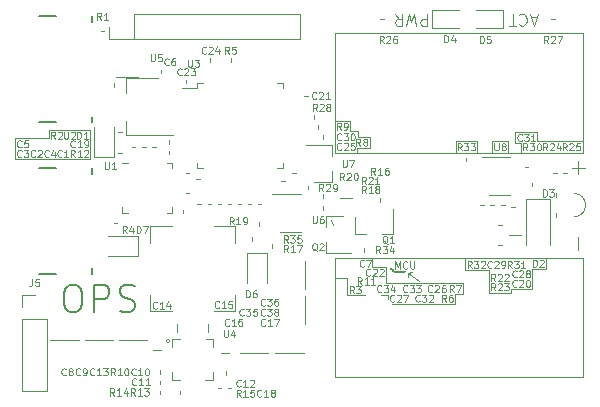
<source format=gto>
G04 #@! TF.GenerationSoftware,KiCad,Pcbnew,6.0.2+dfsg-1*
G04 #@! TF.CreationDate,2022-08-31T22:25:42-07:00*
G04 #@! TF.ProjectId,OPS,4f50532e-6b69-4636-9164-5f7063625858,rev?*
G04 #@! TF.SameCoordinates,Original*
G04 #@! TF.FileFunction,Legend,Top*
G04 #@! TF.FilePolarity,Positive*
%FSLAX46Y46*%
G04 Gerber Fmt 4.6, Leading zero omitted, Abs format (unit mm)*
G04 Created by KiCad (PCBNEW 6.0.2+dfsg-1) date 2022-08-31 22:25:42*
%MOMM*%
%LPD*%
G01*
G04 APERTURE LIST*
%ADD10C,0.120000*%
%ADD11C,0.100000*%
%ADD12C,0.200000*%
%ADD13C,0.150000*%
G04 APERTURE END LIST*
D10*
X50950000Y-61850000D02*
X53850000Y-61850000D01*
X53850000Y-61850000D02*
X53850000Y-61100000D01*
X83850000Y-73100000D02*
X83850000Y-73200000D01*
X82900000Y-72900000D02*
X82800000Y-72900000D01*
X82850000Y-72900000D02*
X82950000Y-72900000D01*
X83000000Y-73150000D02*
X83000000Y-73200000D01*
X79900000Y-63050000D02*
X79900000Y-62700000D01*
X84200000Y-73250000D02*
X85150000Y-73900000D01*
X93800000Y-63050000D02*
X93800000Y-62250000D01*
X56400000Y-61100000D02*
X57300000Y-61100000D01*
X81000000Y-62700000D02*
X81000000Y-61700000D01*
X88250000Y-63000000D02*
X88250000Y-62150000D01*
X82850000Y-75850000D02*
X88200000Y-75850000D01*
X88200000Y-75850000D02*
X88200000Y-75050000D01*
X89050000Y-73000000D02*
X91100000Y-73000000D01*
X88250000Y-62150000D02*
X88250000Y-62050000D01*
X83950000Y-73100000D02*
X82950000Y-73100000D01*
X94750000Y-74600000D02*
X94750000Y-72950000D01*
X82500000Y-75150000D02*
X82500000Y-75450000D01*
X92950000Y-74600000D02*
X94750000Y-74600000D01*
X88200000Y-75050000D02*
X88850000Y-75050000D01*
X81000000Y-61700000D02*
X79950000Y-61700000D01*
X57300000Y-62650000D02*
X57300000Y-63600000D01*
X79350000Y-60350000D02*
X78000000Y-60350000D01*
X88850000Y-75050000D02*
X88850000Y-74100000D01*
X93300000Y-62250000D02*
X93300000Y-61300000D01*
X82800000Y-72850000D02*
X82700000Y-72850000D01*
X79100000Y-73650000D02*
X79100000Y-75150000D01*
X82350000Y-72700000D02*
X81200000Y-72700000D01*
X83000000Y-73200000D02*
X83850000Y-73200000D01*
X95900000Y-72950000D02*
X95900000Y-71950000D01*
X90050000Y-63000000D02*
X90050000Y-63050000D01*
X82850000Y-72950000D02*
X82850000Y-73100000D01*
X95150000Y-62050000D02*
X99000000Y-62050000D01*
X77850000Y-69150000D02*
X77700000Y-68800000D01*
X81200000Y-72700000D02*
X81200000Y-71950000D01*
X91350000Y-63000000D02*
X91350000Y-62150000D01*
X78000000Y-73650000D02*
X79100000Y-73650000D01*
X91100000Y-74900000D02*
X92950000Y-74900000D01*
X57300000Y-63600000D02*
X50950000Y-63600000D01*
X79950000Y-61250000D02*
X79350000Y-61250000D01*
X93300000Y-61300000D02*
X95150000Y-61300000D01*
X50950000Y-63600000D02*
X50950000Y-61850000D01*
X79100000Y-75150000D02*
X80600000Y-75150000D01*
X94750000Y-72950000D02*
X95900000Y-72950000D01*
X82850000Y-73100000D02*
X82950000Y-73100000D01*
X83000000Y-73150000D02*
X83000000Y-73200000D01*
X92650000Y-62100000D02*
X92650000Y-63050000D01*
X82950000Y-73100000D02*
X82950000Y-72900000D01*
X95150000Y-61300000D02*
X95150000Y-62050000D01*
X84200000Y-73250000D02*
X84250000Y-73600000D01*
X82350000Y-74100000D02*
X82350000Y-72700000D01*
X82500000Y-75150000D02*
X81900000Y-75150000D01*
X88850000Y-74100000D02*
X82350000Y-74100000D01*
X88250000Y-62050000D02*
X90050000Y-62050000D01*
X53850000Y-61100000D02*
X56400000Y-61100000D01*
X90050000Y-62050000D02*
X90050000Y-63000000D01*
X91100000Y-73000000D02*
X91100000Y-74900000D01*
X92950000Y-74900000D02*
X92950000Y-74600000D01*
X79350000Y-61250000D02*
X79350000Y-60350000D01*
X82700000Y-72900000D02*
X82850000Y-72900000D01*
X91350000Y-62150000D02*
X91350000Y-62100000D01*
X79900000Y-62700000D02*
X81000000Y-62700000D01*
X84200000Y-73250000D02*
X84550000Y-73200000D01*
X93800000Y-62250000D02*
X93300000Y-62250000D01*
X79950000Y-61700000D02*
X79950000Y-61250000D01*
X82700000Y-72850000D02*
X82700000Y-72900000D01*
X57300000Y-61100000D02*
X57300000Y-62650000D01*
X89050000Y-71950000D02*
X89050000Y-73000000D01*
X91350000Y-62100000D02*
X92650000Y-62100000D01*
D11*
X85833333Y-51297619D02*
X85833333Y-52297619D01*
X85452380Y-52297619D01*
X85357142Y-52250000D01*
X85309523Y-52202380D01*
X85261904Y-52107142D01*
X85261904Y-51964285D01*
X85309523Y-51869047D01*
X85357142Y-51821428D01*
X85452380Y-51773809D01*
X85833333Y-51773809D01*
X84928571Y-52297619D02*
X84690476Y-51297619D01*
X84500000Y-52011904D01*
X84309523Y-51297619D01*
X84071428Y-52297619D01*
X83119047Y-51297619D02*
X83452380Y-51773809D01*
X83690476Y-51297619D02*
X83690476Y-52297619D01*
X83309523Y-52297619D01*
X83214285Y-52250000D01*
X83166666Y-52202380D01*
X83119047Y-52107142D01*
X83119047Y-51964285D01*
X83166666Y-51869047D01*
X83214285Y-51821428D01*
X83309523Y-51773809D01*
X83690476Y-51773809D01*
X95119047Y-51583333D02*
X94642857Y-51583333D01*
X95214285Y-51297619D02*
X94880952Y-52297619D01*
X94547619Y-51297619D01*
X93642857Y-51392857D02*
X93690476Y-51345238D01*
X93833333Y-51297619D01*
X93928571Y-51297619D01*
X94071428Y-51345238D01*
X94166666Y-51440476D01*
X94214285Y-51535714D01*
X94261904Y-51726190D01*
X94261904Y-51869047D01*
X94214285Y-52059523D01*
X94166666Y-52154761D01*
X94071428Y-52250000D01*
X93928571Y-52297619D01*
X93833333Y-52297619D01*
X93690476Y-52250000D01*
X93642857Y-52202380D01*
X93357142Y-52297619D02*
X92785714Y-52297619D01*
X93071428Y-51297619D02*
X93071428Y-52297619D01*
X83135714Y-72871428D02*
X83135714Y-72271428D01*
X83335714Y-72700000D01*
X83535714Y-72271428D01*
X83535714Y-72871428D01*
X84164285Y-72814285D02*
X84135714Y-72842857D01*
X84050000Y-72871428D01*
X83992857Y-72871428D01*
X83907142Y-72842857D01*
X83850000Y-72785714D01*
X83821428Y-72728571D01*
X83792857Y-72614285D01*
X83792857Y-72528571D01*
X83821428Y-72414285D01*
X83850000Y-72357142D01*
X83907142Y-72300000D01*
X83992857Y-72271428D01*
X84050000Y-72271428D01*
X84135714Y-72300000D01*
X84164285Y-72328571D01*
X84421428Y-72271428D02*
X84421428Y-72757142D01*
X84450000Y-72814285D01*
X84478571Y-72842857D01*
X84535714Y-72871428D01*
X84650000Y-72871428D01*
X84707142Y-72842857D01*
X84735714Y-72814285D01*
X84764285Y-72757142D01*
X84764285Y-72271428D01*
X98657142Y-71335714D02*
X98657142Y-70192857D01*
X98657142Y-64907142D02*
X98657142Y-63764285D01*
X99228571Y-64335714D02*
X98085714Y-64335714D01*
D12*
X55635714Y-74240476D02*
X56073809Y-74240476D01*
X56292857Y-74350000D01*
X56511904Y-74569047D01*
X56621428Y-75007142D01*
X56621428Y-75773809D01*
X56511904Y-76211904D01*
X56292857Y-76430952D01*
X56073809Y-76540476D01*
X55635714Y-76540476D01*
X55416666Y-76430952D01*
X55197619Y-76211904D01*
X55088095Y-75773809D01*
X55088095Y-75007142D01*
X55197619Y-74569047D01*
X55416666Y-74350000D01*
X55635714Y-74240476D01*
X57607142Y-76540476D02*
X57607142Y-74240476D01*
X58483333Y-74240476D01*
X58702380Y-74350000D01*
X58811904Y-74459523D01*
X58921428Y-74678571D01*
X58921428Y-75007142D01*
X58811904Y-75226190D01*
X58702380Y-75335714D01*
X58483333Y-75445238D01*
X57607142Y-75445238D01*
X59797619Y-76430952D02*
X60126190Y-76540476D01*
X60673809Y-76540476D01*
X60892857Y-76430952D01*
X61002380Y-76321428D01*
X61111904Y-76102380D01*
X61111904Y-75883333D01*
X61002380Y-75664285D01*
X60892857Y-75554761D01*
X60673809Y-75445238D01*
X60235714Y-75335714D01*
X60016666Y-75226190D01*
X59907142Y-75116666D01*
X59797619Y-74897619D01*
X59797619Y-74678571D01*
X59907142Y-74459523D01*
X60016666Y-74350000D01*
X60235714Y-74240476D01*
X60783333Y-74240476D01*
X61111904Y-74350000D01*
D11*
X55250000Y-81864285D02*
X55221428Y-81892857D01*
X55135714Y-81921428D01*
X55078571Y-81921428D01*
X54992857Y-81892857D01*
X54935714Y-81835714D01*
X54907142Y-81778571D01*
X54878571Y-81664285D01*
X54878571Y-81578571D01*
X54907142Y-81464285D01*
X54935714Y-81407142D01*
X54992857Y-81350000D01*
X55078571Y-81321428D01*
X55135714Y-81321428D01*
X55221428Y-81350000D01*
X55250000Y-81378571D01*
X55592857Y-81578571D02*
X55535714Y-81550000D01*
X55507142Y-81521428D01*
X55478571Y-81464285D01*
X55478571Y-81435714D01*
X55507142Y-81378571D01*
X55535714Y-81350000D01*
X55592857Y-81321428D01*
X55707142Y-81321428D01*
X55764285Y-81350000D01*
X55792857Y-81378571D01*
X55821428Y-81435714D01*
X55821428Y-81464285D01*
X55792857Y-81521428D01*
X55764285Y-81550000D01*
X55707142Y-81578571D01*
X55592857Y-81578571D01*
X55535714Y-81607142D01*
X55507142Y-81635714D01*
X55478571Y-81692857D01*
X55478571Y-81807142D01*
X55507142Y-81864285D01*
X55535714Y-81892857D01*
X55592857Y-81921428D01*
X55707142Y-81921428D01*
X55764285Y-81892857D01*
X55792857Y-81864285D01*
X55821428Y-81807142D01*
X55821428Y-81692857D01*
X55792857Y-81635714D01*
X55764285Y-81607142D01*
X55707142Y-81578571D01*
X56450000Y-81864285D02*
X56421428Y-81892857D01*
X56335714Y-81921428D01*
X56278571Y-81921428D01*
X56192857Y-81892857D01*
X56135714Y-81835714D01*
X56107142Y-81778571D01*
X56078571Y-81664285D01*
X56078571Y-81578571D01*
X56107142Y-81464285D01*
X56135714Y-81407142D01*
X56192857Y-81350000D01*
X56278571Y-81321428D01*
X56335714Y-81321428D01*
X56421428Y-81350000D01*
X56450000Y-81378571D01*
X56735714Y-81921428D02*
X56850000Y-81921428D01*
X56907142Y-81892857D01*
X56935714Y-81864285D01*
X56992857Y-81778571D01*
X57021428Y-81664285D01*
X57021428Y-81435714D01*
X56992857Y-81378571D01*
X56964285Y-81350000D01*
X56907142Y-81321428D01*
X56792857Y-81321428D01*
X56735714Y-81350000D01*
X56707142Y-81378571D01*
X56678571Y-81435714D01*
X56678571Y-81578571D01*
X56707142Y-81635714D01*
X56735714Y-81664285D01*
X56792857Y-81692857D01*
X56907142Y-81692857D01*
X56964285Y-81664285D01*
X56992857Y-81635714D01*
X57021428Y-81578571D01*
X57664285Y-81864285D02*
X57635714Y-81892857D01*
X57550000Y-81921428D01*
X57492857Y-81921428D01*
X57407142Y-81892857D01*
X57350000Y-81835714D01*
X57321428Y-81778571D01*
X57292857Y-81664285D01*
X57292857Y-81578571D01*
X57321428Y-81464285D01*
X57350000Y-81407142D01*
X57407142Y-81350000D01*
X57492857Y-81321428D01*
X57550000Y-81321428D01*
X57635714Y-81350000D01*
X57664285Y-81378571D01*
X58235714Y-81921428D02*
X57892857Y-81921428D01*
X58064285Y-81921428D02*
X58064285Y-81321428D01*
X58007142Y-81407142D01*
X57950000Y-81464285D01*
X57892857Y-81492857D01*
X58435714Y-81321428D02*
X58807142Y-81321428D01*
X58607142Y-81550000D01*
X58692857Y-81550000D01*
X58750000Y-81578571D01*
X58778571Y-81607142D01*
X58807142Y-81664285D01*
X58807142Y-81807142D01*
X58778571Y-81864285D01*
X58750000Y-81892857D01*
X58692857Y-81921428D01*
X58521428Y-81921428D01*
X58464285Y-81892857D01*
X58435714Y-81864285D01*
X72114285Y-77664285D02*
X72085714Y-77692857D01*
X72000000Y-77721428D01*
X71942857Y-77721428D01*
X71857142Y-77692857D01*
X71800000Y-77635714D01*
X71771428Y-77578571D01*
X71742857Y-77464285D01*
X71742857Y-77378571D01*
X71771428Y-77264285D01*
X71800000Y-77207142D01*
X71857142Y-77150000D01*
X71942857Y-77121428D01*
X72000000Y-77121428D01*
X72085714Y-77150000D01*
X72114285Y-77178571D01*
X72685714Y-77721428D02*
X72342857Y-77721428D01*
X72514285Y-77721428D02*
X72514285Y-77121428D01*
X72457142Y-77207142D01*
X72400000Y-77264285D01*
X72342857Y-77292857D01*
X72885714Y-77121428D02*
X73285714Y-77121428D01*
X73028571Y-77721428D01*
X93414285Y-74364285D02*
X93385714Y-74392857D01*
X93300000Y-74421428D01*
X93242857Y-74421428D01*
X93157142Y-74392857D01*
X93100000Y-74335714D01*
X93071428Y-74278571D01*
X93042857Y-74164285D01*
X93042857Y-74078571D01*
X93071428Y-73964285D01*
X93100000Y-73907142D01*
X93157142Y-73850000D01*
X93242857Y-73821428D01*
X93300000Y-73821428D01*
X93385714Y-73850000D01*
X93414285Y-73878571D01*
X93642857Y-73878571D02*
X93671428Y-73850000D01*
X93728571Y-73821428D01*
X93871428Y-73821428D01*
X93928571Y-73850000D01*
X93957142Y-73878571D01*
X93985714Y-73935714D01*
X93985714Y-73992857D01*
X93957142Y-74078571D01*
X93614285Y-74421428D01*
X93985714Y-74421428D01*
X94357142Y-73821428D02*
X94414285Y-73821428D01*
X94471428Y-73850000D01*
X94500000Y-73878571D01*
X94528571Y-73935714D01*
X94557142Y-74050000D01*
X94557142Y-74192857D01*
X94528571Y-74307142D01*
X94500000Y-74364285D01*
X94471428Y-74392857D01*
X94414285Y-74421428D01*
X94357142Y-74421428D01*
X94300000Y-74392857D01*
X94271428Y-74364285D01*
X94242857Y-74307142D01*
X94214285Y-74192857D01*
X94214285Y-74050000D01*
X94242857Y-73935714D01*
X94271428Y-73878571D01*
X94300000Y-73850000D01*
X94357142Y-73821428D01*
X70314285Y-76814285D02*
X70285714Y-76842857D01*
X70200000Y-76871428D01*
X70142857Y-76871428D01*
X70057142Y-76842857D01*
X70000000Y-76785714D01*
X69971428Y-76728571D01*
X69942857Y-76614285D01*
X69942857Y-76528571D01*
X69971428Y-76414285D01*
X70000000Y-76357142D01*
X70057142Y-76300000D01*
X70142857Y-76271428D01*
X70200000Y-76271428D01*
X70285714Y-76300000D01*
X70314285Y-76328571D01*
X70514285Y-76271428D02*
X70885714Y-76271428D01*
X70685714Y-76500000D01*
X70771428Y-76500000D01*
X70828571Y-76528571D01*
X70857142Y-76557142D01*
X70885714Y-76614285D01*
X70885714Y-76757142D01*
X70857142Y-76814285D01*
X70828571Y-76842857D01*
X70771428Y-76871428D01*
X70600000Y-76871428D01*
X70542857Y-76842857D01*
X70514285Y-76814285D01*
X71428571Y-76271428D02*
X71142857Y-76271428D01*
X71114285Y-76557142D01*
X71142857Y-76528571D01*
X71200000Y-76500000D01*
X71342857Y-76500000D01*
X71400000Y-76528571D01*
X71428571Y-76557142D01*
X71457142Y-76614285D01*
X71457142Y-76757142D01*
X71428571Y-76814285D01*
X71400000Y-76842857D01*
X71342857Y-76871428D01*
X71200000Y-76871428D01*
X71142857Y-76842857D01*
X71114285Y-76814285D01*
X72114285Y-76814285D02*
X72085714Y-76842857D01*
X72000000Y-76871428D01*
X71942857Y-76871428D01*
X71857142Y-76842857D01*
X71800000Y-76785714D01*
X71771428Y-76728571D01*
X71742857Y-76614285D01*
X71742857Y-76528571D01*
X71771428Y-76414285D01*
X71800000Y-76357142D01*
X71857142Y-76300000D01*
X71942857Y-76271428D01*
X72000000Y-76271428D01*
X72085714Y-76300000D01*
X72114285Y-76328571D01*
X72314285Y-76271428D02*
X72685714Y-76271428D01*
X72485714Y-76500000D01*
X72571428Y-76500000D01*
X72628571Y-76528571D01*
X72657142Y-76557142D01*
X72685714Y-76614285D01*
X72685714Y-76757142D01*
X72657142Y-76814285D01*
X72628571Y-76842857D01*
X72571428Y-76871428D01*
X72400000Y-76871428D01*
X72342857Y-76842857D01*
X72314285Y-76814285D01*
X73028571Y-76528571D02*
X72971428Y-76500000D01*
X72942857Y-76471428D01*
X72914285Y-76414285D01*
X72914285Y-76385714D01*
X72942857Y-76328571D01*
X72971428Y-76300000D01*
X73028571Y-76271428D01*
X73142857Y-76271428D01*
X73200000Y-76300000D01*
X73228571Y-76328571D01*
X73257142Y-76385714D01*
X73257142Y-76414285D01*
X73228571Y-76471428D01*
X73200000Y-76500000D01*
X73142857Y-76528571D01*
X73028571Y-76528571D01*
X72971428Y-76557142D01*
X72942857Y-76585714D01*
X72914285Y-76642857D01*
X72914285Y-76757142D01*
X72942857Y-76814285D01*
X72971428Y-76842857D01*
X73028571Y-76871428D01*
X73142857Y-76871428D01*
X73200000Y-76842857D01*
X73228571Y-76814285D01*
X73257142Y-76757142D01*
X73257142Y-76642857D01*
X73228571Y-76585714D01*
X73200000Y-76557142D01*
X73142857Y-76528571D01*
X72114285Y-75964285D02*
X72085714Y-75992857D01*
X72000000Y-76021428D01*
X71942857Y-76021428D01*
X71857142Y-75992857D01*
X71800000Y-75935714D01*
X71771428Y-75878571D01*
X71742857Y-75764285D01*
X71742857Y-75678571D01*
X71771428Y-75564285D01*
X71800000Y-75507142D01*
X71857142Y-75450000D01*
X71942857Y-75421428D01*
X72000000Y-75421428D01*
X72085714Y-75450000D01*
X72114285Y-75478571D01*
X72314285Y-75421428D02*
X72685714Y-75421428D01*
X72485714Y-75650000D01*
X72571428Y-75650000D01*
X72628571Y-75678571D01*
X72657142Y-75707142D01*
X72685714Y-75764285D01*
X72685714Y-75907142D01*
X72657142Y-75964285D01*
X72628571Y-75992857D01*
X72571428Y-76021428D01*
X72400000Y-76021428D01*
X72342857Y-75992857D01*
X72314285Y-75964285D01*
X73200000Y-75421428D02*
X73085714Y-75421428D01*
X73028571Y-75450000D01*
X73000000Y-75478571D01*
X72942857Y-75564285D01*
X72914285Y-75678571D01*
X72914285Y-75907142D01*
X72942857Y-75964285D01*
X72971428Y-75992857D01*
X73028571Y-76021428D01*
X73142857Y-76021428D01*
X73200000Y-75992857D01*
X73228571Y-75964285D01*
X73257142Y-75907142D01*
X73257142Y-75764285D01*
X73228571Y-75707142D01*
X73200000Y-75678571D01*
X73142857Y-75650000D01*
X73028571Y-75650000D01*
X72971428Y-75678571D01*
X72942857Y-75707142D01*
X72914285Y-75764285D01*
X56207142Y-61871428D02*
X56207142Y-61271428D01*
X56350000Y-61271428D01*
X56435714Y-61300000D01*
X56492857Y-61357142D01*
X56521428Y-61414285D01*
X56550000Y-61528571D01*
X56550000Y-61614285D01*
X56521428Y-61728571D01*
X56492857Y-61785714D01*
X56435714Y-61842857D01*
X56350000Y-61871428D01*
X56207142Y-61871428D01*
X57121428Y-61871428D02*
X56778571Y-61871428D01*
X56950000Y-61871428D02*
X56950000Y-61271428D01*
X56892857Y-61357142D01*
X56835714Y-61414285D01*
X56778571Y-61442857D01*
X54900000Y-63364285D02*
X54871428Y-63392857D01*
X54785714Y-63421428D01*
X54728571Y-63421428D01*
X54642857Y-63392857D01*
X54585714Y-63335714D01*
X54557142Y-63278571D01*
X54528571Y-63164285D01*
X54528571Y-63078571D01*
X54557142Y-62964285D01*
X54585714Y-62907142D01*
X54642857Y-62850000D01*
X54728571Y-62821428D01*
X54785714Y-62821428D01*
X54871428Y-62850000D01*
X54900000Y-62878571D01*
X55471428Y-63421428D02*
X55128571Y-63421428D01*
X55300000Y-63421428D02*
X55300000Y-62821428D01*
X55242857Y-62907142D01*
X55185714Y-62964285D01*
X55128571Y-62992857D01*
X52650000Y-63364285D02*
X52621428Y-63392857D01*
X52535714Y-63421428D01*
X52478571Y-63421428D01*
X52392857Y-63392857D01*
X52335714Y-63335714D01*
X52307142Y-63278571D01*
X52278571Y-63164285D01*
X52278571Y-63078571D01*
X52307142Y-62964285D01*
X52335714Y-62907142D01*
X52392857Y-62850000D01*
X52478571Y-62821428D01*
X52535714Y-62821428D01*
X52621428Y-62850000D01*
X52650000Y-62878571D01*
X52878571Y-62878571D02*
X52907142Y-62850000D01*
X52964285Y-62821428D01*
X53107142Y-62821428D01*
X53164285Y-62850000D01*
X53192857Y-62878571D01*
X53221428Y-62935714D01*
X53221428Y-62992857D01*
X53192857Y-63078571D01*
X52850000Y-63421428D01*
X53221428Y-63421428D01*
X51500000Y-63364285D02*
X51471428Y-63392857D01*
X51385714Y-63421428D01*
X51328571Y-63421428D01*
X51242857Y-63392857D01*
X51185714Y-63335714D01*
X51157142Y-63278571D01*
X51128571Y-63164285D01*
X51128571Y-63078571D01*
X51157142Y-62964285D01*
X51185714Y-62907142D01*
X51242857Y-62850000D01*
X51328571Y-62821428D01*
X51385714Y-62821428D01*
X51471428Y-62850000D01*
X51500000Y-62878571D01*
X51700000Y-62821428D02*
X52071428Y-62821428D01*
X51871428Y-63050000D01*
X51957142Y-63050000D01*
X52014285Y-63078571D01*
X52042857Y-63107142D01*
X52071428Y-63164285D01*
X52071428Y-63307142D01*
X52042857Y-63364285D01*
X52014285Y-63392857D01*
X51957142Y-63421428D01*
X51785714Y-63421428D01*
X51728571Y-63392857D01*
X51700000Y-63364285D01*
X53800000Y-63364285D02*
X53771428Y-63392857D01*
X53685714Y-63421428D01*
X53628571Y-63421428D01*
X53542857Y-63392857D01*
X53485714Y-63335714D01*
X53457142Y-63278571D01*
X53428571Y-63164285D01*
X53428571Y-63078571D01*
X53457142Y-62964285D01*
X53485714Y-62907142D01*
X53542857Y-62850000D01*
X53628571Y-62821428D01*
X53685714Y-62821428D01*
X53771428Y-62850000D01*
X53800000Y-62878571D01*
X54314285Y-63021428D02*
X54314285Y-63421428D01*
X54171428Y-62792857D02*
X54028571Y-63221428D01*
X54400000Y-63221428D01*
X51500000Y-62564285D02*
X51471428Y-62592857D01*
X51385714Y-62621428D01*
X51328571Y-62621428D01*
X51242857Y-62592857D01*
X51185714Y-62535714D01*
X51157142Y-62478571D01*
X51128571Y-62364285D01*
X51128571Y-62278571D01*
X51157142Y-62164285D01*
X51185714Y-62107142D01*
X51242857Y-62050000D01*
X51328571Y-62021428D01*
X51385714Y-62021428D01*
X51471428Y-62050000D01*
X51500000Y-62078571D01*
X52042857Y-62021428D02*
X51757142Y-62021428D01*
X51728571Y-62307142D01*
X51757142Y-62278571D01*
X51814285Y-62250000D01*
X51957142Y-62250000D01*
X52014285Y-62278571D01*
X52042857Y-62307142D01*
X52071428Y-62364285D01*
X52071428Y-62507142D01*
X52042857Y-62564285D01*
X52014285Y-62592857D01*
X51957142Y-62621428D01*
X51814285Y-62621428D01*
X51757142Y-62592857D01*
X51728571Y-62564285D01*
X63950000Y-55614285D02*
X63921428Y-55642857D01*
X63835714Y-55671428D01*
X63778571Y-55671428D01*
X63692857Y-55642857D01*
X63635714Y-55585714D01*
X63607142Y-55528571D01*
X63578571Y-55414285D01*
X63578571Y-55328571D01*
X63607142Y-55214285D01*
X63635714Y-55157142D01*
X63692857Y-55100000D01*
X63778571Y-55071428D01*
X63835714Y-55071428D01*
X63921428Y-55100000D01*
X63950000Y-55128571D01*
X64464285Y-55071428D02*
X64350000Y-55071428D01*
X64292857Y-55100000D01*
X64264285Y-55128571D01*
X64207142Y-55214285D01*
X64178571Y-55328571D01*
X64178571Y-55557142D01*
X64207142Y-55614285D01*
X64235714Y-55642857D01*
X64292857Y-55671428D01*
X64407142Y-55671428D01*
X64464285Y-55642857D01*
X64492857Y-55614285D01*
X64521428Y-55557142D01*
X64521428Y-55414285D01*
X64492857Y-55357142D01*
X64464285Y-55328571D01*
X64407142Y-55300000D01*
X64292857Y-55300000D01*
X64235714Y-55328571D01*
X64207142Y-55357142D01*
X64178571Y-55414285D01*
X80500000Y-72664285D02*
X80471428Y-72692857D01*
X80385714Y-72721428D01*
X80328571Y-72721428D01*
X80242857Y-72692857D01*
X80185714Y-72635714D01*
X80157142Y-72578571D01*
X80128571Y-72464285D01*
X80128571Y-72378571D01*
X80157142Y-72264285D01*
X80185714Y-72207142D01*
X80242857Y-72150000D01*
X80328571Y-72121428D01*
X80385714Y-72121428D01*
X80471428Y-72150000D01*
X80500000Y-72178571D01*
X80700000Y-72121428D02*
X81100000Y-72121428D01*
X80842857Y-72721428D01*
X61214285Y-82714285D02*
X61185714Y-82742857D01*
X61100000Y-82771428D01*
X61042857Y-82771428D01*
X60957142Y-82742857D01*
X60900000Y-82685714D01*
X60871428Y-82628571D01*
X60842857Y-82514285D01*
X60842857Y-82428571D01*
X60871428Y-82314285D01*
X60900000Y-82257142D01*
X60957142Y-82200000D01*
X61042857Y-82171428D01*
X61100000Y-82171428D01*
X61185714Y-82200000D01*
X61214285Y-82228571D01*
X61785714Y-82771428D02*
X61442857Y-82771428D01*
X61614285Y-82771428D02*
X61614285Y-82171428D01*
X61557142Y-82257142D01*
X61500000Y-82314285D01*
X61442857Y-82342857D01*
X62357142Y-82771428D02*
X62014285Y-82771428D01*
X62185714Y-82771428D02*
X62185714Y-82171428D01*
X62128571Y-82257142D01*
X62071428Y-82314285D01*
X62014285Y-82342857D01*
X70064285Y-82814285D02*
X70035714Y-82842857D01*
X69950000Y-82871428D01*
X69892857Y-82871428D01*
X69807142Y-82842857D01*
X69750000Y-82785714D01*
X69721428Y-82728571D01*
X69692857Y-82614285D01*
X69692857Y-82528571D01*
X69721428Y-82414285D01*
X69750000Y-82357142D01*
X69807142Y-82300000D01*
X69892857Y-82271428D01*
X69950000Y-82271428D01*
X70035714Y-82300000D01*
X70064285Y-82328571D01*
X70635714Y-82871428D02*
X70292857Y-82871428D01*
X70464285Y-82871428D02*
X70464285Y-82271428D01*
X70407142Y-82357142D01*
X70350000Y-82414285D01*
X70292857Y-82442857D01*
X70864285Y-82328571D02*
X70892857Y-82300000D01*
X70950000Y-82271428D01*
X71092857Y-82271428D01*
X71150000Y-82300000D01*
X71178571Y-82328571D01*
X71207142Y-82385714D01*
X71207142Y-82442857D01*
X71178571Y-82528571D01*
X70835714Y-82871428D01*
X71207142Y-82871428D01*
X62964285Y-76214285D02*
X62935714Y-76242857D01*
X62850000Y-76271428D01*
X62792857Y-76271428D01*
X62707142Y-76242857D01*
X62650000Y-76185714D01*
X62621428Y-76128571D01*
X62592857Y-76014285D01*
X62592857Y-75928571D01*
X62621428Y-75814285D01*
X62650000Y-75757142D01*
X62707142Y-75700000D01*
X62792857Y-75671428D01*
X62850000Y-75671428D01*
X62935714Y-75700000D01*
X62964285Y-75728571D01*
X63535714Y-76271428D02*
X63192857Y-76271428D01*
X63364285Y-76271428D02*
X63364285Y-75671428D01*
X63307142Y-75757142D01*
X63250000Y-75814285D01*
X63192857Y-75842857D01*
X64050000Y-75871428D02*
X64050000Y-76271428D01*
X63907142Y-75642857D02*
X63764285Y-76071428D01*
X64135714Y-76071428D01*
X69064285Y-77664285D02*
X69035714Y-77692857D01*
X68950000Y-77721428D01*
X68892857Y-77721428D01*
X68807142Y-77692857D01*
X68750000Y-77635714D01*
X68721428Y-77578571D01*
X68692857Y-77464285D01*
X68692857Y-77378571D01*
X68721428Y-77264285D01*
X68750000Y-77207142D01*
X68807142Y-77150000D01*
X68892857Y-77121428D01*
X68950000Y-77121428D01*
X69035714Y-77150000D01*
X69064285Y-77178571D01*
X69635714Y-77721428D02*
X69292857Y-77721428D01*
X69464285Y-77721428D02*
X69464285Y-77121428D01*
X69407142Y-77207142D01*
X69350000Y-77264285D01*
X69292857Y-77292857D01*
X70150000Y-77121428D02*
X70035714Y-77121428D01*
X69978571Y-77150000D01*
X69950000Y-77178571D01*
X69892857Y-77264285D01*
X69864285Y-77378571D01*
X69864285Y-77607142D01*
X69892857Y-77664285D01*
X69921428Y-77692857D01*
X69978571Y-77721428D01*
X70092857Y-77721428D01*
X70150000Y-77692857D01*
X70178571Y-77664285D01*
X70207142Y-77607142D01*
X70207142Y-77464285D01*
X70178571Y-77407142D01*
X70150000Y-77378571D01*
X70092857Y-77350000D01*
X69978571Y-77350000D01*
X69921428Y-77378571D01*
X69892857Y-77407142D01*
X69864285Y-77464285D01*
X71814285Y-83664285D02*
X71785714Y-83692857D01*
X71700000Y-83721428D01*
X71642857Y-83721428D01*
X71557142Y-83692857D01*
X71500000Y-83635714D01*
X71471428Y-83578571D01*
X71442857Y-83464285D01*
X71442857Y-83378571D01*
X71471428Y-83264285D01*
X71500000Y-83207142D01*
X71557142Y-83150000D01*
X71642857Y-83121428D01*
X71700000Y-83121428D01*
X71785714Y-83150000D01*
X71814285Y-83178571D01*
X72385714Y-83721428D02*
X72042857Y-83721428D01*
X72214285Y-83721428D02*
X72214285Y-83121428D01*
X72157142Y-83207142D01*
X72100000Y-83264285D01*
X72042857Y-83292857D01*
X72728571Y-83378571D02*
X72671428Y-83350000D01*
X72642857Y-83321428D01*
X72614285Y-83264285D01*
X72614285Y-83235714D01*
X72642857Y-83178571D01*
X72671428Y-83150000D01*
X72728571Y-83121428D01*
X72842857Y-83121428D01*
X72900000Y-83150000D01*
X72928571Y-83178571D01*
X72957142Y-83235714D01*
X72957142Y-83264285D01*
X72928571Y-83321428D01*
X72900000Y-83350000D01*
X72842857Y-83378571D01*
X72728571Y-83378571D01*
X72671428Y-83407142D01*
X72642857Y-83435714D01*
X72614285Y-83492857D01*
X72614285Y-83607142D01*
X72642857Y-83664285D01*
X72671428Y-83692857D01*
X72728571Y-83721428D01*
X72842857Y-83721428D01*
X72900000Y-83692857D01*
X72928571Y-83664285D01*
X72957142Y-83607142D01*
X72957142Y-83492857D01*
X72928571Y-83435714D01*
X72900000Y-83407142D01*
X72842857Y-83378571D01*
X76464285Y-58464285D02*
X76435714Y-58492857D01*
X76350000Y-58521428D01*
X76292857Y-58521428D01*
X76207142Y-58492857D01*
X76150000Y-58435714D01*
X76121428Y-58378571D01*
X76092857Y-58264285D01*
X76092857Y-58178571D01*
X76121428Y-58064285D01*
X76150000Y-58007142D01*
X76207142Y-57950000D01*
X76292857Y-57921428D01*
X76350000Y-57921428D01*
X76435714Y-57950000D01*
X76464285Y-57978571D01*
X76692857Y-57978571D02*
X76721428Y-57950000D01*
X76778571Y-57921428D01*
X76921428Y-57921428D01*
X76978571Y-57950000D01*
X77007142Y-57978571D01*
X77035714Y-58035714D01*
X77035714Y-58092857D01*
X77007142Y-58178571D01*
X76664285Y-58521428D01*
X77035714Y-58521428D01*
X77607142Y-58521428D02*
X77264285Y-58521428D01*
X77435714Y-58521428D02*
X77435714Y-57921428D01*
X77378571Y-58007142D01*
X77321428Y-58064285D01*
X77264285Y-58092857D01*
X81014285Y-73414285D02*
X80985714Y-73442857D01*
X80900000Y-73471428D01*
X80842857Y-73471428D01*
X80757142Y-73442857D01*
X80700000Y-73385714D01*
X80671428Y-73328571D01*
X80642857Y-73214285D01*
X80642857Y-73128571D01*
X80671428Y-73014285D01*
X80700000Y-72957142D01*
X80757142Y-72900000D01*
X80842857Y-72871428D01*
X80900000Y-72871428D01*
X80985714Y-72900000D01*
X81014285Y-72928571D01*
X81242857Y-72928571D02*
X81271428Y-72900000D01*
X81328571Y-72871428D01*
X81471428Y-72871428D01*
X81528571Y-72900000D01*
X81557142Y-72928571D01*
X81585714Y-72985714D01*
X81585714Y-73042857D01*
X81557142Y-73128571D01*
X81214285Y-73471428D01*
X81585714Y-73471428D01*
X81814285Y-72928571D02*
X81842857Y-72900000D01*
X81900000Y-72871428D01*
X82042857Y-72871428D01*
X82100000Y-72900000D01*
X82128571Y-72928571D01*
X82157142Y-72985714D01*
X82157142Y-73042857D01*
X82128571Y-73128571D01*
X81785714Y-73471428D01*
X82157142Y-73471428D01*
X65064285Y-56464285D02*
X65035714Y-56492857D01*
X64950000Y-56521428D01*
X64892857Y-56521428D01*
X64807142Y-56492857D01*
X64750000Y-56435714D01*
X64721428Y-56378571D01*
X64692857Y-56264285D01*
X64692857Y-56178571D01*
X64721428Y-56064285D01*
X64750000Y-56007142D01*
X64807142Y-55950000D01*
X64892857Y-55921428D01*
X64950000Y-55921428D01*
X65035714Y-55950000D01*
X65064285Y-55978571D01*
X65292857Y-55978571D02*
X65321428Y-55950000D01*
X65378571Y-55921428D01*
X65521428Y-55921428D01*
X65578571Y-55950000D01*
X65607142Y-55978571D01*
X65635714Y-56035714D01*
X65635714Y-56092857D01*
X65607142Y-56178571D01*
X65264285Y-56521428D01*
X65635714Y-56521428D01*
X65835714Y-55921428D02*
X66207142Y-55921428D01*
X66007142Y-56150000D01*
X66092857Y-56150000D01*
X66150000Y-56178571D01*
X66178571Y-56207142D01*
X66207142Y-56264285D01*
X66207142Y-56407142D01*
X66178571Y-56464285D01*
X66150000Y-56492857D01*
X66092857Y-56521428D01*
X65921428Y-56521428D01*
X65864285Y-56492857D01*
X65835714Y-56464285D01*
X67114285Y-54614285D02*
X67085714Y-54642857D01*
X67000000Y-54671428D01*
X66942857Y-54671428D01*
X66857142Y-54642857D01*
X66800000Y-54585714D01*
X66771428Y-54528571D01*
X66742857Y-54414285D01*
X66742857Y-54328571D01*
X66771428Y-54214285D01*
X66800000Y-54157142D01*
X66857142Y-54100000D01*
X66942857Y-54071428D01*
X67000000Y-54071428D01*
X67085714Y-54100000D01*
X67114285Y-54128571D01*
X67342857Y-54128571D02*
X67371428Y-54100000D01*
X67428571Y-54071428D01*
X67571428Y-54071428D01*
X67628571Y-54100000D01*
X67657142Y-54128571D01*
X67685714Y-54185714D01*
X67685714Y-54242857D01*
X67657142Y-54328571D01*
X67314285Y-54671428D01*
X67685714Y-54671428D01*
X68200000Y-54271428D02*
X68200000Y-54671428D01*
X68057142Y-54042857D02*
X67914285Y-54471428D01*
X68285714Y-54471428D01*
X78564285Y-62764285D02*
X78535714Y-62792857D01*
X78450000Y-62821428D01*
X78392857Y-62821428D01*
X78307142Y-62792857D01*
X78250000Y-62735714D01*
X78221428Y-62678571D01*
X78192857Y-62564285D01*
X78192857Y-62478571D01*
X78221428Y-62364285D01*
X78250000Y-62307142D01*
X78307142Y-62250000D01*
X78392857Y-62221428D01*
X78450000Y-62221428D01*
X78535714Y-62250000D01*
X78564285Y-62278571D01*
X78792857Y-62278571D02*
X78821428Y-62250000D01*
X78878571Y-62221428D01*
X79021428Y-62221428D01*
X79078571Y-62250000D01*
X79107142Y-62278571D01*
X79135714Y-62335714D01*
X79135714Y-62392857D01*
X79107142Y-62478571D01*
X78764285Y-62821428D01*
X79135714Y-62821428D01*
X79678571Y-62221428D02*
X79392857Y-62221428D01*
X79364285Y-62507142D01*
X79392857Y-62478571D01*
X79450000Y-62450000D01*
X79592857Y-62450000D01*
X79650000Y-62478571D01*
X79678571Y-62507142D01*
X79707142Y-62564285D01*
X79707142Y-62707142D01*
X79678571Y-62764285D01*
X79650000Y-62792857D01*
X79592857Y-62821428D01*
X79450000Y-62821428D01*
X79392857Y-62792857D01*
X79364285Y-62764285D01*
X94807142Y-72721428D02*
X94807142Y-72121428D01*
X94950000Y-72121428D01*
X95035714Y-72150000D01*
X95092857Y-72207142D01*
X95121428Y-72264285D01*
X95150000Y-72378571D01*
X95150000Y-72464285D01*
X95121428Y-72578571D01*
X95092857Y-72635714D01*
X95035714Y-72692857D01*
X94950000Y-72721428D01*
X94807142Y-72721428D01*
X95378571Y-72178571D02*
X95407142Y-72150000D01*
X95464285Y-72121428D01*
X95607142Y-72121428D01*
X95664285Y-72150000D01*
X95692857Y-72178571D01*
X95721428Y-72235714D01*
X95721428Y-72292857D01*
X95692857Y-72378571D01*
X95350000Y-72721428D01*
X95721428Y-72721428D01*
X82492857Y-70778571D02*
X82435714Y-70750000D01*
X82378571Y-70692857D01*
X82292857Y-70607142D01*
X82235714Y-70578571D01*
X82178571Y-70578571D01*
X82207142Y-70721428D02*
X82150000Y-70692857D01*
X82092857Y-70635714D01*
X82064285Y-70521428D01*
X82064285Y-70321428D01*
X82092857Y-70207142D01*
X82150000Y-70150000D01*
X82207142Y-70121428D01*
X82321428Y-70121428D01*
X82378571Y-70150000D01*
X82435714Y-70207142D01*
X82464285Y-70321428D01*
X82464285Y-70521428D01*
X82435714Y-70635714D01*
X82378571Y-70692857D01*
X82321428Y-70721428D01*
X82207142Y-70721428D01*
X83035714Y-70721428D02*
X82692857Y-70721428D01*
X82864285Y-70721428D02*
X82864285Y-70121428D01*
X82807142Y-70207142D01*
X82750000Y-70264285D01*
X82692857Y-70292857D01*
X76542857Y-71378571D02*
X76485714Y-71350000D01*
X76428571Y-71292857D01*
X76342857Y-71207142D01*
X76285714Y-71178571D01*
X76228571Y-71178571D01*
X76257142Y-71321428D02*
X76200000Y-71292857D01*
X76142857Y-71235714D01*
X76114285Y-71121428D01*
X76114285Y-70921428D01*
X76142857Y-70807142D01*
X76200000Y-70750000D01*
X76257142Y-70721428D01*
X76371428Y-70721428D01*
X76428571Y-70750000D01*
X76485714Y-70807142D01*
X76514285Y-70921428D01*
X76514285Y-71121428D01*
X76485714Y-71235714D01*
X76428571Y-71292857D01*
X76371428Y-71321428D01*
X76257142Y-71321428D01*
X76742857Y-70778571D02*
X76771428Y-70750000D01*
X76828571Y-70721428D01*
X76971428Y-70721428D01*
X77028571Y-70750000D01*
X77057142Y-70778571D01*
X77085714Y-70835714D01*
X77085714Y-70892857D01*
X77057142Y-70978571D01*
X76714285Y-71321428D01*
X77085714Y-71321428D01*
X58250000Y-51796428D02*
X58050000Y-51510714D01*
X57907142Y-51796428D02*
X57907142Y-51196428D01*
X58135714Y-51196428D01*
X58192857Y-51225000D01*
X58221428Y-51253571D01*
X58250000Y-51310714D01*
X58250000Y-51396428D01*
X58221428Y-51453571D01*
X58192857Y-51482142D01*
X58135714Y-51510714D01*
X57907142Y-51510714D01*
X58821428Y-51796428D02*
X58478571Y-51796428D01*
X58650000Y-51796428D02*
X58650000Y-51196428D01*
X58592857Y-51282142D01*
X58535714Y-51339285D01*
X58478571Y-51367857D01*
X54350000Y-61871428D02*
X54150000Y-61585714D01*
X54007142Y-61871428D02*
X54007142Y-61271428D01*
X54235714Y-61271428D01*
X54292857Y-61300000D01*
X54321428Y-61328571D01*
X54350000Y-61385714D01*
X54350000Y-61471428D01*
X54321428Y-61528571D01*
X54292857Y-61557142D01*
X54235714Y-61585714D01*
X54007142Y-61585714D01*
X54578571Y-61328571D02*
X54607142Y-61300000D01*
X54664285Y-61271428D01*
X54807142Y-61271428D01*
X54864285Y-61300000D01*
X54892857Y-61328571D01*
X54921428Y-61385714D01*
X54921428Y-61442857D01*
X54892857Y-61528571D01*
X54550000Y-61871428D01*
X54921428Y-61871428D01*
X79650000Y-74971428D02*
X79450000Y-74685714D01*
X79307142Y-74971428D02*
X79307142Y-74371428D01*
X79535714Y-74371428D01*
X79592857Y-74400000D01*
X79621428Y-74428571D01*
X79650000Y-74485714D01*
X79650000Y-74571428D01*
X79621428Y-74628571D01*
X79592857Y-74657142D01*
X79535714Y-74685714D01*
X79307142Y-74685714D01*
X79850000Y-74371428D02*
X80221428Y-74371428D01*
X80021428Y-74600000D01*
X80107142Y-74600000D01*
X80164285Y-74628571D01*
X80192857Y-74657142D01*
X80221428Y-74714285D01*
X80221428Y-74857142D01*
X80192857Y-74914285D01*
X80164285Y-74942857D01*
X80107142Y-74971428D01*
X79935714Y-74971428D01*
X79878571Y-74942857D01*
X79850000Y-74914285D01*
X60400000Y-69871428D02*
X60200000Y-69585714D01*
X60057142Y-69871428D02*
X60057142Y-69271428D01*
X60285714Y-69271428D01*
X60342857Y-69300000D01*
X60371428Y-69328571D01*
X60400000Y-69385714D01*
X60400000Y-69471428D01*
X60371428Y-69528571D01*
X60342857Y-69557142D01*
X60285714Y-69585714D01*
X60057142Y-69585714D01*
X60914285Y-69471428D02*
X60914285Y-69871428D01*
X60771428Y-69242857D02*
X60628571Y-69671428D01*
X61000000Y-69671428D01*
X69100000Y-54671428D02*
X68900000Y-54385714D01*
X68757142Y-54671428D02*
X68757142Y-54071428D01*
X68985714Y-54071428D01*
X69042857Y-54100000D01*
X69071428Y-54128571D01*
X69100000Y-54185714D01*
X69100000Y-54271428D01*
X69071428Y-54328571D01*
X69042857Y-54357142D01*
X68985714Y-54385714D01*
X68757142Y-54385714D01*
X69642857Y-54071428D02*
X69357142Y-54071428D01*
X69328571Y-54357142D01*
X69357142Y-54328571D01*
X69414285Y-54300000D01*
X69557142Y-54300000D01*
X69614285Y-54328571D01*
X69642857Y-54357142D01*
X69671428Y-54414285D01*
X69671428Y-54557142D01*
X69642857Y-54614285D01*
X69614285Y-54642857D01*
X69557142Y-54671428D01*
X69414285Y-54671428D01*
X69357142Y-54642857D01*
X69328571Y-54614285D01*
X87450000Y-75671428D02*
X87250000Y-75385714D01*
X87107142Y-75671428D02*
X87107142Y-75071428D01*
X87335714Y-75071428D01*
X87392857Y-75100000D01*
X87421428Y-75128571D01*
X87450000Y-75185714D01*
X87450000Y-75271428D01*
X87421428Y-75328571D01*
X87392857Y-75357142D01*
X87335714Y-75385714D01*
X87107142Y-75385714D01*
X87964285Y-75071428D02*
X87850000Y-75071428D01*
X87792857Y-75100000D01*
X87764285Y-75128571D01*
X87707142Y-75214285D01*
X87678571Y-75328571D01*
X87678571Y-75557142D01*
X87707142Y-75614285D01*
X87735714Y-75642857D01*
X87792857Y-75671428D01*
X87907142Y-75671428D01*
X87964285Y-75642857D01*
X87992857Y-75614285D01*
X88021428Y-75557142D01*
X88021428Y-75414285D01*
X87992857Y-75357142D01*
X87964285Y-75328571D01*
X87907142Y-75300000D01*
X87792857Y-75300000D01*
X87735714Y-75328571D01*
X87707142Y-75357142D01*
X87678571Y-75414285D01*
X88100000Y-74871428D02*
X87900000Y-74585714D01*
X87757142Y-74871428D02*
X87757142Y-74271428D01*
X87985714Y-74271428D01*
X88042857Y-74300000D01*
X88071428Y-74328571D01*
X88100000Y-74385714D01*
X88100000Y-74471428D01*
X88071428Y-74528571D01*
X88042857Y-74557142D01*
X87985714Y-74585714D01*
X87757142Y-74585714D01*
X88300000Y-74271428D02*
X88700000Y-74271428D01*
X88442857Y-74871428D01*
X80200000Y-62471428D02*
X80000000Y-62185714D01*
X79857142Y-62471428D02*
X79857142Y-61871428D01*
X80085714Y-61871428D01*
X80142857Y-61900000D01*
X80171428Y-61928571D01*
X80200000Y-61985714D01*
X80200000Y-62071428D01*
X80171428Y-62128571D01*
X80142857Y-62157142D01*
X80085714Y-62185714D01*
X79857142Y-62185714D01*
X80542857Y-62128571D02*
X80485714Y-62100000D01*
X80457142Y-62071428D01*
X80428571Y-62014285D01*
X80428571Y-61985714D01*
X80457142Y-61928571D01*
X80485714Y-61900000D01*
X80542857Y-61871428D01*
X80657142Y-61871428D01*
X80714285Y-61900000D01*
X80742857Y-61928571D01*
X80771428Y-61985714D01*
X80771428Y-62014285D01*
X80742857Y-62071428D01*
X80714285Y-62100000D01*
X80657142Y-62128571D01*
X80542857Y-62128571D01*
X80485714Y-62157142D01*
X80457142Y-62185714D01*
X80428571Y-62242857D01*
X80428571Y-62357142D01*
X80457142Y-62414285D01*
X80485714Y-62442857D01*
X80542857Y-62471428D01*
X80657142Y-62471428D01*
X80714285Y-62442857D01*
X80742857Y-62414285D01*
X80771428Y-62357142D01*
X80771428Y-62242857D01*
X80742857Y-62185714D01*
X80714285Y-62157142D01*
X80657142Y-62128571D01*
X78550000Y-61121428D02*
X78350000Y-60835714D01*
X78207142Y-61121428D02*
X78207142Y-60521428D01*
X78435714Y-60521428D01*
X78492857Y-60550000D01*
X78521428Y-60578571D01*
X78550000Y-60635714D01*
X78550000Y-60721428D01*
X78521428Y-60778571D01*
X78492857Y-60807142D01*
X78435714Y-60835714D01*
X78207142Y-60835714D01*
X78835714Y-61121428D02*
X78950000Y-61121428D01*
X79007142Y-61092857D01*
X79035714Y-61064285D01*
X79092857Y-60978571D01*
X79121428Y-60864285D01*
X79121428Y-60635714D01*
X79092857Y-60578571D01*
X79064285Y-60550000D01*
X79007142Y-60521428D01*
X78892857Y-60521428D01*
X78835714Y-60550000D01*
X78807142Y-60578571D01*
X78778571Y-60635714D01*
X78778571Y-60778571D01*
X78807142Y-60835714D01*
X78835714Y-60864285D01*
X78892857Y-60892857D01*
X79007142Y-60892857D01*
X79064285Y-60864285D01*
X79092857Y-60835714D01*
X79121428Y-60778571D01*
X59414285Y-81921428D02*
X59214285Y-81635714D01*
X59071428Y-81921428D02*
X59071428Y-81321428D01*
X59300000Y-81321428D01*
X59357142Y-81350000D01*
X59385714Y-81378571D01*
X59414285Y-81435714D01*
X59414285Y-81521428D01*
X59385714Y-81578571D01*
X59357142Y-81607142D01*
X59300000Y-81635714D01*
X59071428Y-81635714D01*
X59985714Y-81921428D02*
X59642857Y-81921428D01*
X59814285Y-81921428D02*
X59814285Y-81321428D01*
X59757142Y-81407142D01*
X59700000Y-81464285D01*
X59642857Y-81492857D01*
X60357142Y-81321428D02*
X60414285Y-81321428D01*
X60471428Y-81350000D01*
X60500000Y-81378571D01*
X60528571Y-81435714D01*
X60557142Y-81550000D01*
X60557142Y-81692857D01*
X60528571Y-81807142D01*
X60500000Y-81864285D01*
X60471428Y-81892857D01*
X60414285Y-81921428D01*
X60357142Y-81921428D01*
X60300000Y-81892857D01*
X60271428Y-81864285D01*
X60242857Y-81807142D01*
X60214285Y-81692857D01*
X60214285Y-81550000D01*
X60242857Y-81435714D01*
X60271428Y-81378571D01*
X60300000Y-81350000D01*
X60357142Y-81321428D01*
X80314285Y-74221428D02*
X80114285Y-73935714D01*
X79971428Y-74221428D02*
X79971428Y-73621428D01*
X80200000Y-73621428D01*
X80257142Y-73650000D01*
X80285714Y-73678571D01*
X80314285Y-73735714D01*
X80314285Y-73821428D01*
X80285714Y-73878571D01*
X80257142Y-73907142D01*
X80200000Y-73935714D01*
X79971428Y-73935714D01*
X80885714Y-74221428D02*
X80542857Y-74221428D01*
X80714285Y-74221428D02*
X80714285Y-73621428D01*
X80657142Y-73707142D01*
X80600000Y-73764285D01*
X80542857Y-73792857D01*
X81457142Y-74221428D02*
X81114285Y-74221428D01*
X81285714Y-74221428D02*
X81285714Y-73621428D01*
X81228571Y-73707142D01*
X81171428Y-73764285D01*
X81114285Y-73792857D01*
X56014285Y-63421428D02*
X55814285Y-63135714D01*
X55671428Y-63421428D02*
X55671428Y-62821428D01*
X55900000Y-62821428D01*
X55957142Y-62850000D01*
X55985714Y-62878571D01*
X56014285Y-62935714D01*
X56014285Y-63021428D01*
X55985714Y-63078571D01*
X55957142Y-63107142D01*
X55900000Y-63135714D01*
X55671428Y-63135714D01*
X56585714Y-63421428D02*
X56242857Y-63421428D01*
X56414285Y-63421428D02*
X56414285Y-62821428D01*
X56357142Y-62907142D01*
X56300000Y-62964285D01*
X56242857Y-62992857D01*
X56814285Y-62878571D02*
X56842857Y-62850000D01*
X56900000Y-62821428D01*
X57042857Y-62821428D01*
X57100000Y-62850000D01*
X57128571Y-62878571D01*
X57157142Y-62935714D01*
X57157142Y-62992857D01*
X57128571Y-63078571D01*
X56785714Y-63421428D01*
X57157142Y-63421428D01*
X61114285Y-83621428D02*
X60914285Y-83335714D01*
X60771428Y-83621428D02*
X60771428Y-83021428D01*
X61000000Y-83021428D01*
X61057142Y-83050000D01*
X61085714Y-83078571D01*
X61114285Y-83135714D01*
X61114285Y-83221428D01*
X61085714Y-83278571D01*
X61057142Y-83307142D01*
X61000000Y-83335714D01*
X60771428Y-83335714D01*
X61685714Y-83621428D02*
X61342857Y-83621428D01*
X61514285Y-83621428D02*
X61514285Y-83021428D01*
X61457142Y-83107142D01*
X61400000Y-83164285D01*
X61342857Y-83192857D01*
X61885714Y-83021428D02*
X62257142Y-83021428D01*
X62057142Y-83250000D01*
X62142857Y-83250000D01*
X62200000Y-83278571D01*
X62228571Y-83307142D01*
X62257142Y-83364285D01*
X62257142Y-83507142D01*
X62228571Y-83564285D01*
X62200000Y-83592857D01*
X62142857Y-83621428D01*
X61971428Y-83621428D01*
X61914285Y-83592857D01*
X61885714Y-83564285D01*
X59364285Y-83621428D02*
X59164285Y-83335714D01*
X59021428Y-83621428D02*
X59021428Y-83021428D01*
X59250000Y-83021428D01*
X59307142Y-83050000D01*
X59335714Y-83078571D01*
X59364285Y-83135714D01*
X59364285Y-83221428D01*
X59335714Y-83278571D01*
X59307142Y-83307142D01*
X59250000Y-83335714D01*
X59021428Y-83335714D01*
X59935714Y-83621428D02*
X59592857Y-83621428D01*
X59764285Y-83621428D02*
X59764285Y-83021428D01*
X59707142Y-83107142D01*
X59650000Y-83164285D01*
X59592857Y-83192857D01*
X60450000Y-83221428D02*
X60450000Y-83621428D01*
X60307142Y-82992857D02*
X60164285Y-83421428D01*
X60535714Y-83421428D01*
X70064285Y-83721428D02*
X69864285Y-83435714D01*
X69721428Y-83721428D02*
X69721428Y-83121428D01*
X69950000Y-83121428D01*
X70007142Y-83150000D01*
X70035714Y-83178571D01*
X70064285Y-83235714D01*
X70064285Y-83321428D01*
X70035714Y-83378571D01*
X70007142Y-83407142D01*
X69950000Y-83435714D01*
X69721428Y-83435714D01*
X70635714Y-83721428D02*
X70292857Y-83721428D01*
X70464285Y-83721428D02*
X70464285Y-83121428D01*
X70407142Y-83207142D01*
X70350000Y-83264285D01*
X70292857Y-83292857D01*
X71178571Y-83121428D02*
X70892857Y-83121428D01*
X70864285Y-83407142D01*
X70892857Y-83378571D01*
X70950000Y-83350000D01*
X71092857Y-83350000D01*
X71150000Y-83378571D01*
X71178571Y-83407142D01*
X71207142Y-83464285D01*
X71207142Y-83607142D01*
X71178571Y-83664285D01*
X71150000Y-83692857D01*
X71092857Y-83721428D01*
X70950000Y-83721428D01*
X70892857Y-83692857D01*
X70864285Y-83664285D01*
X81464285Y-64921428D02*
X81264285Y-64635714D01*
X81121428Y-64921428D02*
X81121428Y-64321428D01*
X81350000Y-64321428D01*
X81407142Y-64350000D01*
X81435714Y-64378571D01*
X81464285Y-64435714D01*
X81464285Y-64521428D01*
X81435714Y-64578571D01*
X81407142Y-64607142D01*
X81350000Y-64635714D01*
X81121428Y-64635714D01*
X82035714Y-64921428D02*
X81692857Y-64921428D01*
X81864285Y-64921428D02*
X81864285Y-64321428D01*
X81807142Y-64407142D01*
X81750000Y-64464285D01*
X81692857Y-64492857D01*
X82550000Y-64321428D02*
X82435714Y-64321428D01*
X82378571Y-64350000D01*
X82350000Y-64378571D01*
X82292857Y-64464285D01*
X82264285Y-64578571D01*
X82264285Y-64807142D01*
X82292857Y-64864285D01*
X82321428Y-64892857D01*
X82378571Y-64921428D01*
X82492857Y-64921428D01*
X82550000Y-64892857D01*
X82578571Y-64864285D01*
X82607142Y-64807142D01*
X82607142Y-64664285D01*
X82578571Y-64607142D01*
X82550000Y-64578571D01*
X82492857Y-64550000D01*
X82378571Y-64550000D01*
X82321428Y-64578571D01*
X82292857Y-64607142D01*
X82264285Y-64664285D01*
X74064285Y-71471428D02*
X73864285Y-71185714D01*
X73721428Y-71471428D02*
X73721428Y-70871428D01*
X73950000Y-70871428D01*
X74007142Y-70900000D01*
X74035714Y-70928571D01*
X74064285Y-70985714D01*
X74064285Y-71071428D01*
X74035714Y-71128571D01*
X74007142Y-71157142D01*
X73950000Y-71185714D01*
X73721428Y-71185714D01*
X74635714Y-71471428D02*
X74292857Y-71471428D01*
X74464285Y-71471428D02*
X74464285Y-70871428D01*
X74407142Y-70957142D01*
X74350000Y-71014285D01*
X74292857Y-71042857D01*
X74835714Y-70871428D02*
X75235714Y-70871428D01*
X74978571Y-71471428D01*
X80664285Y-66471428D02*
X80464285Y-66185714D01*
X80321428Y-66471428D02*
X80321428Y-65871428D01*
X80550000Y-65871428D01*
X80607142Y-65900000D01*
X80635714Y-65928571D01*
X80664285Y-65985714D01*
X80664285Y-66071428D01*
X80635714Y-66128571D01*
X80607142Y-66157142D01*
X80550000Y-66185714D01*
X80321428Y-66185714D01*
X81235714Y-66471428D02*
X80892857Y-66471428D01*
X81064285Y-66471428D02*
X81064285Y-65871428D01*
X81007142Y-65957142D01*
X80950000Y-66014285D01*
X80892857Y-66042857D01*
X81578571Y-66128571D02*
X81521428Y-66100000D01*
X81492857Y-66071428D01*
X81464285Y-66014285D01*
X81464285Y-65985714D01*
X81492857Y-65928571D01*
X81521428Y-65900000D01*
X81578571Y-65871428D01*
X81692857Y-65871428D01*
X81750000Y-65900000D01*
X81778571Y-65928571D01*
X81807142Y-65985714D01*
X81807142Y-66014285D01*
X81778571Y-66071428D01*
X81750000Y-66100000D01*
X81692857Y-66128571D01*
X81578571Y-66128571D01*
X81521428Y-66157142D01*
X81492857Y-66185714D01*
X81464285Y-66242857D01*
X81464285Y-66357142D01*
X81492857Y-66414285D01*
X81521428Y-66442857D01*
X81578571Y-66471428D01*
X81692857Y-66471428D01*
X81750000Y-66442857D01*
X81778571Y-66414285D01*
X81807142Y-66357142D01*
X81807142Y-66242857D01*
X81778571Y-66185714D01*
X81750000Y-66157142D01*
X81692857Y-66128571D01*
X69464285Y-69121428D02*
X69264285Y-68835714D01*
X69121428Y-69121428D02*
X69121428Y-68521428D01*
X69350000Y-68521428D01*
X69407142Y-68550000D01*
X69435714Y-68578571D01*
X69464285Y-68635714D01*
X69464285Y-68721428D01*
X69435714Y-68778571D01*
X69407142Y-68807142D01*
X69350000Y-68835714D01*
X69121428Y-68835714D01*
X70035714Y-69121428D02*
X69692857Y-69121428D01*
X69864285Y-69121428D02*
X69864285Y-68521428D01*
X69807142Y-68607142D01*
X69750000Y-68664285D01*
X69692857Y-68692857D01*
X70321428Y-69121428D02*
X70435714Y-69121428D01*
X70492857Y-69092857D01*
X70521428Y-69064285D01*
X70578571Y-68978571D01*
X70607142Y-68864285D01*
X70607142Y-68635714D01*
X70578571Y-68578571D01*
X70550000Y-68550000D01*
X70492857Y-68521428D01*
X70378571Y-68521428D01*
X70321428Y-68550000D01*
X70292857Y-68578571D01*
X70264285Y-68635714D01*
X70264285Y-68778571D01*
X70292857Y-68835714D01*
X70321428Y-68864285D01*
X70378571Y-68892857D01*
X70492857Y-68892857D01*
X70550000Y-68864285D01*
X70578571Y-68835714D01*
X70607142Y-68778571D01*
X78814285Y-65371428D02*
X78614285Y-65085714D01*
X78471428Y-65371428D02*
X78471428Y-64771428D01*
X78700000Y-64771428D01*
X78757142Y-64800000D01*
X78785714Y-64828571D01*
X78814285Y-64885714D01*
X78814285Y-64971428D01*
X78785714Y-65028571D01*
X78757142Y-65057142D01*
X78700000Y-65085714D01*
X78471428Y-65085714D01*
X79042857Y-64828571D02*
X79071428Y-64800000D01*
X79128571Y-64771428D01*
X79271428Y-64771428D01*
X79328571Y-64800000D01*
X79357142Y-64828571D01*
X79385714Y-64885714D01*
X79385714Y-64942857D01*
X79357142Y-65028571D01*
X79014285Y-65371428D01*
X79385714Y-65371428D01*
X79757142Y-64771428D02*
X79814285Y-64771428D01*
X79871428Y-64800000D01*
X79900000Y-64828571D01*
X79928571Y-64885714D01*
X79957142Y-65000000D01*
X79957142Y-65142857D01*
X79928571Y-65257142D01*
X79900000Y-65314285D01*
X79871428Y-65342857D01*
X79814285Y-65371428D01*
X79757142Y-65371428D01*
X79700000Y-65342857D01*
X79671428Y-65314285D01*
X79642857Y-65257142D01*
X79614285Y-65142857D01*
X79614285Y-65000000D01*
X79642857Y-64885714D01*
X79671428Y-64828571D01*
X79700000Y-64800000D01*
X79757142Y-64771428D01*
X80664285Y-65721428D02*
X80464285Y-65435714D01*
X80321428Y-65721428D02*
X80321428Y-65121428D01*
X80550000Y-65121428D01*
X80607142Y-65150000D01*
X80635714Y-65178571D01*
X80664285Y-65235714D01*
X80664285Y-65321428D01*
X80635714Y-65378571D01*
X80607142Y-65407142D01*
X80550000Y-65435714D01*
X80321428Y-65435714D01*
X80892857Y-65178571D02*
X80921428Y-65150000D01*
X80978571Y-65121428D01*
X81121428Y-65121428D01*
X81178571Y-65150000D01*
X81207142Y-65178571D01*
X81235714Y-65235714D01*
X81235714Y-65292857D01*
X81207142Y-65378571D01*
X80864285Y-65721428D01*
X81235714Y-65721428D01*
X81807142Y-65721428D02*
X81464285Y-65721428D01*
X81635714Y-65721428D02*
X81635714Y-65121428D01*
X81578571Y-65207142D01*
X81521428Y-65264285D01*
X81464285Y-65292857D01*
X91614285Y-73921428D02*
X91414285Y-73635714D01*
X91271428Y-73921428D02*
X91271428Y-73321428D01*
X91500000Y-73321428D01*
X91557142Y-73350000D01*
X91585714Y-73378571D01*
X91614285Y-73435714D01*
X91614285Y-73521428D01*
X91585714Y-73578571D01*
X91557142Y-73607142D01*
X91500000Y-73635714D01*
X91271428Y-73635714D01*
X91842857Y-73378571D02*
X91871428Y-73350000D01*
X91928571Y-73321428D01*
X92071428Y-73321428D01*
X92128571Y-73350000D01*
X92157142Y-73378571D01*
X92185714Y-73435714D01*
X92185714Y-73492857D01*
X92157142Y-73578571D01*
X91814285Y-73921428D01*
X92185714Y-73921428D01*
X92414285Y-73378571D02*
X92442857Y-73350000D01*
X92500000Y-73321428D01*
X92642857Y-73321428D01*
X92700000Y-73350000D01*
X92728571Y-73378571D01*
X92757142Y-73435714D01*
X92757142Y-73492857D01*
X92728571Y-73578571D01*
X92385714Y-73921428D01*
X92757142Y-73921428D01*
X91614285Y-74721428D02*
X91414285Y-74435714D01*
X91271428Y-74721428D02*
X91271428Y-74121428D01*
X91500000Y-74121428D01*
X91557142Y-74150000D01*
X91585714Y-74178571D01*
X91614285Y-74235714D01*
X91614285Y-74321428D01*
X91585714Y-74378571D01*
X91557142Y-74407142D01*
X91500000Y-74435714D01*
X91271428Y-74435714D01*
X91842857Y-74178571D02*
X91871428Y-74150000D01*
X91928571Y-74121428D01*
X92071428Y-74121428D01*
X92128571Y-74150000D01*
X92157142Y-74178571D01*
X92185714Y-74235714D01*
X92185714Y-74292857D01*
X92157142Y-74378571D01*
X91814285Y-74721428D01*
X92185714Y-74721428D01*
X92385714Y-74121428D02*
X92757142Y-74121428D01*
X92557142Y-74350000D01*
X92642857Y-74350000D01*
X92700000Y-74378571D01*
X92728571Y-74407142D01*
X92757142Y-74464285D01*
X92757142Y-74607142D01*
X92728571Y-74664285D01*
X92700000Y-74692857D01*
X92642857Y-74721428D01*
X92471428Y-74721428D01*
X92414285Y-74692857D01*
X92385714Y-74664285D01*
X96014285Y-62871428D02*
X95814285Y-62585714D01*
X95671428Y-62871428D02*
X95671428Y-62271428D01*
X95900000Y-62271428D01*
X95957142Y-62300000D01*
X95985714Y-62328571D01*
X96014285Y-62385714D01*
X96014285Y-62471428D01*
X95985714Y-62528571D01*
X95957142Y-62557142D01*
X95900000Y-62585714D01*
X95671428Y-62585714D01*
X96242857Y-62328571D02*
X96271428Y-62300000D01*
X96328571Y-62271428D01*
X96471428Y-62271428D01*
X96528571Y-62300000D01*
X96557142Y-62328571D01*
X96585714Y-62385714D01*
X96585714Y-62442857D01*
X96557142Y-62528571D01*
X96214285Y-62871428D01*
X96585714Y-62871428D01*
X97100000Y-62471428D02*
X97100000Y-62871428D01*
X96957142Y-62242857D02*
X96814285Y-62671428D01*
X97185714Y-62671428D01*
X97664285Y-62871428D02*
X97464285Y-62585714D01*
X97321428Y-62871428D02*
X97321428Y-62271428D01*
X97550000Y-62271428D01*
X97607142Y-62300000D01*
X97635714Y-62328571D01*
X97664285Y-62385714D01*
X97664285Y-62471428D01*
X97635714Y-62528571D01*
X97607142Y-62557142D01*
X97550000Y-62585714D01*
X97321428Y-62585714D01*
X97892857Y-62328571D02*
X97921428Y-62300000D01*
X97978571Y-62271428D01*
X98121428Y-62271428D01*
X98178571Y-62300000D01*
X98207142Y-62328571D01*
X98235714Y-62385714D01*
X98235714Y-62442857D01*
X98207142Y-62528571D01*
X97864285Y-62871428D01*
X98235714Y-62871428D01*
X98778571Y-62271428D02*
X98492857Y-62271428D01*
X98464285Y-62557142D01*
X98492857Y-62528571D01*
X98550000Y-62500000D01*
X98692857Y-62500000D01*
X98750000Y-62528571D01*
X98778571Y-62557142D01*
X98807142Y-62614285D01*
X98807142Y-62757142D01*
X98778571Y-62814285D01*
X98750000Y-62842857D01*
X98692857Y-62871428D01*
X98550000Y-62871428D01*
X98492857Y-62842857D01*
X98464285Y-62814285D01*
X58542857Y-63871428D02*
X58542857Y-64357142D01*
X58571428Y-64414285D01*
X58600000Y-64442857D01*
X58657142Y-64471428D01*
X58771428Y-64471428D01*
X58828571Y-64442857D01*
X58857142Y-64414285D01*
X58885714Y-64357142D01*
X58885714Y-63871428D01*
X59485714Y-64471428D02*
X59142857Y-64471428D01*
X59314285Y-64471428D02*
X59314285Y-63871428D01*
X59257142Y-63957142D01*
X59200000Y-64014285D01*
X59142857Y-64042857D01*
X55092857Y-61271428D02*
X55092857Y-61757142D01*
X55121428Y-61814285D01*
X55150000Y-61842857D01*
X55207142Y-61871428D01*
X55321428Y-61871428D01*
X55378571Y-61842857D01*
X55407142Y-61814285D01*
X55435714Y-61757142D01*
X55435714Y-61271428D01*
X55692857Y-61328571D02*
X55721428Y-61300000D01*
X55778571Y-61271428D01*
X55921428Y-61271428D01*
X55978571Y-61300000D01*
X56007142Y-61328571D01*
X56035714Y-61385714D01*
X56035714Y-61442857D01*
X56007142Y-61528571D01*
X55664285Y-61871428D01*
X56035714Y-61871428D01*
X65592857Y-55171428D02*
X65592857Y-55657142D01*
X65621428Y-55714285D01*
X65650000Y-55742857D01*
X65707142Y-55771428D01*
X65821428Y-55771428D01*
X65878571Y-55742857D01*
X65907142Y-55714285D01*
X65935714Y-55657142D01*
X65935714Y-55171428D01*
X66164285Y-55171428D02*
X66535714Y-55171428D01*
X66335714Y-55400000D01*
X66421428Y-55400000D01*
X66478571Y-55428571D01*
X66507142Y-55457142D01*
X66535714Y-55514285D01*
X66535714Y-55657142D01*
X66507142Y-55714285D01*
X66478571Y-55742857D01*
X66421428Y-55771428D01*
X66250000Y-55771428D01*
X66192857Y-55742857D01*
X66164285Y-55714285D01*
X68642857Y-78071428D02*
X68642857Y-78557142D01*
X68671428Y-78614285D01*
X68700000Y-78642857D01*
X68757142Y-78671428D01*
X68871428Y-78671428D01*
X68928571Y-78642857D01*
X68957142Y-78614285D01*
X68985714Y-78557142D01*
X68985714Y-78071428D01*
X69528571Y-78271428D02*
X69528571Y-78671428D01*
X69385714Y-78042857D02*
X69242857Y-78471428D01*
X69614285Y-78471428D01*
X62442857Y-54721428D02*
X62442857Y-55207142D01*
X62471428Y-55264285D01*
X62500000Y-55292857D01*
X62557142Y-55321428D01*
X62671428Y-55321428D01*
X62728571Y-55292857D01*
X62757142Y-55264285D01*
X62785714Y-55207142D01*
X62785714Y-54721428D01*
X63357142Y-54721428D02*
X63071428Y-54721428D01*
X63042857Y-55007142D01*
X63071428Y-54978571D01*
X63128571Y-54950000D01*
X63271428Y-54950000D01*
X63328571Y-54978571D01*
X63357142Y-55007142D01*
X63385714Y-55064285D01*
X63385714Y-55207142D01*
X63357142Y-55264285D01*
X63328571Y-55292857D01*
X63271428Y-55321428D01*
X63128571Y-55321428D01*
X63071428Y-55292857D01*
X63042857Y-55264285D01*
X76142857Y-68421428D02*
X76142857Y-68907142D01*
X76171428Y-68964285D01*
X76200000Y-68992857D01*
X76257142Y-69021428D01*
X76371428Y-69021428D01*
X76428571Y-68992857D01*
X76457142Y-68964285D01*
X76485714Y-68907142D01*
X76485714Y-68421428D01*
X77028571Y-68421428D02*
X76914285Y-68421428D01*
X76857142Y-68450000D01*
X76828571Y-68478571D01*
X76771428Y-68564285D01*
X76742857Y-68678571D01*
X76742857Y-68907142D01*
X76771428Y-68964285D01*
X76800000Y-68992857D01*
X76857142Y-69021428D01*
X76971428Y-69021428D01*
X77028571Y-68992857D01*
X77057142Y-68964285D01*
X77085714Y-68907142D01*
X77085714Y-68764285D01*
X77057142Y-68707142D01*
X77028571Y-68678571D01*
X76971428Y-68650000D01*
X76857142Y-68650000D01*
X76800000Y-68678571D01*
X76771428Y-68707142D01*
X76742857Y-68764285D01*
X83064285Y-75614285D02*
X83035714Y-75642857D01*
X82950000Y-75671428D01*
X82892857Y-75671428D01*
X82807142Y-75642857D01*
X82750000Y-75585714D01*
X82721428Y-75528571D01*
X82692857Y-75414285D01*
X82692857Y-75328571D01*
X82721428Y-75214285D01*
X82750000Y-75157142D01*
X82807142Y-75100000D01*
X82892857Y-75071428D01*
X82950000Y-75071428D01*
X83035714Y-75100000D01*
X83064285Y-75128571D01*
X83292857Y-75128571D02*
X83321428Y-75100000D01*
X83378571Y-75071428D01*
X83521428Y-75071428D01*
X83578571Y-75100000D01*
X83607142Y-75128571D01*
X83635714Y-75185714D01*
X83635714Y-75242857D01*
X83607142Y-75328571D01*
X83264285Y-75671428D01*
X83635714Y-75671428D01*
X83835714Y-75071428D02*
X84235714Y-75071428D01*
X83978571Y-75671428D01*
X93414285Y-73564285D02*
X93385714Y-73592857D01*
X93300000Y-73621428D01*
X93242857Y-73621428D01*
X93157142Y-73592857D01*
X93100000Y-73535714D01*
X93071428Y-73478571D01*
X93042857Y-73364285D01*
X93042857Y-73278571D01*
X93071428Y-73164285D01*
X93100000Y-73107142D01*
X93157142Y-73050000D01*
X93242857Y-73021428D01*
X93300000Y-73021428D01*
X93385714Y-73050000D01*
X93414285Y-73078571D01*
X93642857Y-73078571D02*
X93671428Y-73050000D01*
X93728571Y-73021428D01*
X93871428Y-73021428D01*
X93928571Y-73050000D01*
X93957142Y-73078571D01*
X93985714Y-73135714D01*
X93985714Y-73192857D01*
X93957142Y-73278571D01*
X93614285Y-73621428D01*
X93985714Y-73621428D01*
X94328571Y-73278571D02*
X94271428Y-73250000D01*
X94242857Y-73221428D01*
X94214285Y-73164285D01*
X94214285Y-73135714D01*
X94242857Y-73078571D01*
X94271428Y-73050000D01*
X94328571Y-73021428D01*
X94442857Y-73021428D01*
X94500000Y-73050000D01*
X94528571Y-73078571D01*
X94557142Y-73135714D01*
X94557142Y-73164285D01*
X94528571Y-73221428D01*
X94500000Y-73250000D01*
X94442857Y-73278571D01*
X94328571Y-73278571D01*
X94271428Y-73307142D01*
X94242857Y-73335714D01*
X94214285Y-73392857D01*
X94214285Y-73507142D01*
X94242857Y-73564285D01*
X94271428Y-73592857D01*
X94328571Y-73621428D01*
X94442857Y-73621428D01*
X94500000Y-73592857D01*
X94528571Y-73564285D01*
X94557142Y-73507142D01*
X94557142Y-73392857D01*
X94528571Y-73335714D01*
X94500000Y-73307142D01*
X94442857Y-73278571D01*
X91314285Y-72764285D02*
X91285714Y-72792857D01*
X91200000Y-72821428D01*
X91142857Y-72821428D01*
X91057142Y-72792857D01*
X91000000Y-72735714D01*
X90971428Y-72678571D01*
X90942857Y-72564285D01*
X90942857Y-72478571D01*
X90971428Y-72364285D01*
X91000000Y-72307142D01*
X91057142Y-72250000D01*
X91142857Y-72221428D01*
X91200000Y-72221428D01*
X91285714Y-72250000D01*
X91314285Y-72278571D01*
X91542857Y-72278571D02*
X91571428Y-72250000D01*
X91628571Y-72221428D01*
X91771428Y-72221428D01*
X91828571Y-72250000D01*
X91857142Y-72278571D01*
X91885714Y-72335714D01*
X91885714Y-72392857D01*
X91857142Y-72478571D01*
X91514285Y-72821428D01*
X91885714Y-72821428D01*
X92171428Y-72821428D02*
X92285714Y-72821428D01*
X92342857Y-72792857D01*
X92371428Y-72764285D01*
X92428571Y-72678571D01*
X92457142Y-72564285D01*
X92457142Y-72335714D01*
X92428571Y-72278571D01*
X92400000Y-72250000D01*
X92342857Y-72221428D01*
X92228571Y-72221428D01*
X92171428Y-72250000D01*
X92142857Y-72278571D01*
X92114285Y-72335714D01*
X92114285Y-72478571D01*
X92142857Y-72535714D01*
X92171428Y-72564285D01*
X92228571Y-72592857D01*
X92342857Y-72592857D01*
X92400000Y-72564285D01*
X92428571Y-72535714D01*
X92457142Y-72478571D01*
X87307142Y-53721428D02*
X87307142Y-53121428D01*
X87450000Y-53121428D01*
X87535714Y-53150000D01*
X87592857Y-53207142D01*
X87621428Y-53264285D01*
X87650000Y-53378571D01*
X87650000Y-53464285D01*
X87621428Y-53578571D01*
X87592857Y-53635714D01*
X87535714Y-53692857D01*
X87450000Y-53721428D01*
X87307142Y-53721428D01*
X88164285Y-53321428D02*
X88164285Y-53721428D01*
X88021428Y-53092857D02*
X87878571Y-53521428D01*
X88250000Y-53521428D01*
X90307142Y-53771428D02*
X90307142Y-53171428D01*
X90450000Y-53171428D01*
X90535714Y-53200000D01*
X90592857Y-53257142D01*
X90621428Y-53314285D01*
X90650000Y-53428571D01*
X90650000Y-53514285D01*
X90621428Y-53628571D01*
X90592857Y-53685714D01*
X90535714Y-53742857D01*
X90450000Y-53771428D01*
X90307142Y-53771428D01*
X91192857Y-53171428D02*
X90907142Y-53171428D01*
X90878571Y-53457142D01*
X90907142Y-53428571D01*
X90964285Y-53400000D01*
X91107142Y-53400000D01*
X91164285Y-53428571D01*
X91192857Y-53457142D01*
X91221428Y-53514285D01*
X91221428Y-53657142D01*
X91192857Y-53714285D01*
X91164285Y-53742857D01*
X91107142Y-53771428D01*
X90964285Y-53771428D01*
X90907142Y-53742857D01*
X90878571Y-53714285D01*
X52400000Y-73761428D02*
X52400000Y-74190000D01*
X52371428Y-74275714D01*
X52314285Y-74332857D01*
X52228571Y-74361428D01*
X52171428Y-74361428D01*
X52971428Y-73761428D02*
X52685714Y-73761428D01*
X52657142Y-74047142D01*
X52685714Y-74018571D01*
X52742857Y-73990000D01*
X52885714Y-73990000D01*
X52942857Y-74018571D01*
X52971428Y-74047142D01*
X53000000Y-74104285D01*
X53000000Y-74247142D01*
X52971428Y-74304285D01*
X52942857Y-74332857D01*
X52885714Y-74361428D01*
X52742857Y-74361428D01*
X52685714Y-74332857D01*
X52657142Y-74304285D01*
X82164285Y-53771428D02*
X81964285Y-53485714D01*
X81821428Y-53771428D02*
X81821428Y-53171428D01*
X82050000Y-53171428D01*
X82107142Y-53200000D01*
X82135714Y-53228571D01*
X82164285Y-53285714D01*
X82164285Y-53371428D01*
X82135714Y-53428571D01*
X82107142Y-53457142D01*
X82050000Y-53485714D01*
X81821428Y-53485714D01*
X82392857Y-53228571D02*
X82421428Y-53200000D01*
X82478571Y-53171428D01*
X82621428Y-53171428D01*
X82678571Y-53200000D01*
X82707142Y-53228571D01*
X82735714Y-53285714D01*
X82735714Y-53342857D01*
X82707142Y-53428571D01*
X82364285Y-53771428D01*
X82735714Y-53771428D01*
X83250000Y-53171428D02*
X83135714Y-53171428D01*
X83078571Y-53200000D01*
X83050000Y-53228571D01*
X82992857Y-53314285D01*
X82964285Y-53428571D01*
X82964285Y-53657142D01*
X82992857Y-53714285D01*
X83021428Y-53742857D01*
X83078571Y-53771428D01*
X83192857Y-53771428D01*
X83250000Y-53742857D01*
X83278571Y-53714285D01*
X83307142Y-53657142D01*
X83307142Y-53514285D01*
X83278571Y-53457142D01*
X83250000Y-53428571D01*
X83192857Y-53400000D01*
X83078571Y-53400000D01*
X83021428Y-53428571D01*
X82992857Y-53457142D01*
X82964285Y-53514285D01*
X96114285Y-53771428D02*
X95914285Y-53485714D01*
X95771428Y-53771428D02*
X95771428Y-53171428D01*
X96000000Y-53171428D01*
X96057142Y-53200000D01*
X96085714Y-53228571D01*
X96114285Y-53285714D01*
X96114285Y-53371428D01*
X96085714Y-53428571D01*
X96057142Y-53457142D01*
X96000000Y-53485714D01*
X95771428Y-53485714D01*
X96342857Y-53228571D02*
X96371428Y-53200000D01*
X96428571Y-53171428D01*
X96571428Y-53171428D01*
X96628571Y-53200000D01*
X96657142Y-53228571D01*
X96685714Y-53285714D01*
X96685714Y-53342857D01*
X96657142Y-53428571D01*
X96314285Y-53771428D01*
X96685714Y-53771428D01*
X96885714Y-53171428D02*
X97285714Y-53171428D01*
X97028571Y-53771428D01*
X76514285Y-59521428D02*
X76314285Y-59235714D01*
X76171428Y-59521428D02*
X76171428Y-58921428D01*
X76400000Y-58921428D01*
X76457142Y-58950000D01*
X76485714Y-58978571D01*
X76514285Y-59035714D01*
X76514285Y-59121428D01*
X76485714Y-59178571D01*
X76457142Y-59207142D01*
X76400000Y-59235714D01*
X76171428Y-59235714D01*
X76742857Y-58978571D02*
X76771428Y-58950000D01*
X76828571Y-58921428D01*
X76971428Y-58921428D01*
X77028571Y-58950000D01*
X77057142Y-58978571D01*
X77085714Y-59035714D01*
X77085714Y-59092857D01*
X77057142Y-59178571D01*
X76714285Y-59521428D01*
X77085714Y-59521428D01*
X77428571Y-59178571D02*
X77371428Y-59150000D01*
X77342857Y-59121428D01*
X77314285Y-59064285D01*
X77314285Y-59035714D01*
X77342857Y-58978571D01*
X77371428Y-58950000D01*
X77428571Y-58921428D01*
X77542857Y-58921428D01*
X77600000Y-58950000D01*
X77628571Y-58978571D01*
X77657142Y-59035714D01*
X77657142Y-59064285D01*
X77628571Y-59121428D01*
X77600000Y-59150000D01*
X77542857Y-59178571D01*
X77428571Y-59178571D01*
X77371428Y-59207142D01*
X77342857Y-59235714D01*
X77314285Y-59292857D01*
X77314285Y-59407142D01*
X77342857Y-59464285D01*
X77371428Y-59492857D01*
X77428571Y-59521428D01*
X77542857Y-59521428D01*
X77600000Y-59492857D01*
X77628571Y-59464285D01*
X77657142Y-59407142D01*
X77657142Y-59292857D01*
X77628571Y-59235714D01*
X77600000Y-59207142D01*
X77542857Y-59178571D01*
X77064285Y-66321428D02*
X76864285Y-66035714D01*
X76721428Y-66321428D02*
X76721428Y-65721428D01*
X76950000Y-65721428D01*
X77007142Y-65750000D01*
X77035714Y-65778571D01*
X77064285Y-65835714D01*
X77064285Y-65921428D01*
X77035714Y-65978571D01*
X77007142Y-66007142D01*
X76950000Y-66035714D01*
X76721428Y-66035714D01*
X77292857Y-65778571D02*
X77321428Y-65750000D01*
X77378571Y-65721428D01*
X77521428Y-65721428D01*
X77578571Y-65750000D01*
X77607142Y-65778571D01*
X77635714Y-65835714D01*
X77635714Y-65892857D01*
X77607142Y-65978571D01*
X77264285Y-66321428D01*
X77635714Y-66321428D01*
X77921428Y-66321428D02*
X78035714Y-66321428D01*
X78092857Y-66292857D01*
X78121428Y-66264285D01*
X78178571Y-66178571D01*
X78207142Y-66064285D01*
X78207142Y-65835714D01*
X78178571Y-65778571D01*
X78150000Y-65750000D01*
X78092857Y-65721428D01*
X77978571Y-65721428D01*
X77921428Y-65750000D01*
X77892857Y-65778571D01*
X77864285Y-65835714D01*
X77864285Y-65978571D01*
X77892857Y-66035714D01*
X77921428Y-66064285D01*
X77978571Y-66092857D01*
X78092857Y-66092857D01*
X78150000Y-66064285D01*
X78178571Y-66035714D01*
X78207142Y-65978571D01*
X94334285Y-62871428D02*
X94134285Y-62585714D01*
X93991428Y-62871428D02*
X93991428Y-62271428D01*
X94220000Y-62271428D01*
X94277142Y-62300000D01*
X94305714Y-62328571D01*
X94334285Y-62385714D01*
X94334285Y-62471428D01*
X94305714Y-62528571D01*
X94277142Y-62557142D01*
X94220000Y-62585714D01*
X93991428Y-62585714D01*
X94534285Y-62271428D02*
X94905714Y-62271428D01*
X94705714Y-62500000D01*
X94791428Y-62500000D01*
X94848571Y-62528571D01*
X94877142Y-62557142D01*
X94905714Y-62614285D01*
X94905714Y-62757142D01*
X94877142Y-62814285D01*
X94848571Y-62842857D01*
X94791428Y-62871428D01*
X94620000Y-62871428D01*
X94562857Y-62842857D01*
X94534285Y-62814285D01*
X95277142Y-62271428D02*
X95334285Y-62271428D01*
X95391428Y-62300000D01*
X95420000Y-62328571D01*
X95448571Y-62385714D01*
X95477142Y-62500000D01*
X95477142Y-62642857D01*
X95448571Y-62757142D01*
X95420000Y-62814285D01*
X95391428Y-62842857D01*
X95334285Y-62871428D01*
X95277142Y-62871428D01*
X95220000Y-62842857D01*
X95191428Y-62814285D01*
X95162857Y-62757142D01*
X95134285Y-62642857D01*
X95134285Y-62500000D01*
X95162857Y-62385714D01*
X95191428Y-62328571D01*
X95220000Y-62300000D01*
X95277142Y-62271428D01*
X93014285Y-72821428D02*
X92814285Y-72535714D01*
X92671428Y-72821428D02*
X92671428Y-72221428D01*
X92900000Y-72221428D01*
X92957142Y-72250000D01*
X92985714Y-72278571D01*
X93014285Y-72335714D01*
X93014285Y-72421428D01*
X92985714Y-72478571D01*
X92957142Y-72507142D01*
X92900000Y-72535714D01*
X92671428Y-72535714D01*
X93214285Y-72221428D02*
X93585714Y-72221428D01*
X93385714Y-72450000D01*
X93471428Y-72450000D01*
X93528571Y-72478571D01*
X93557142Y-72507142D01*
X93585714Y-72564285D01*
X93585714Y-72707142D01*
X93557142Y-72764285D01*
X93528571Y-72792857D01*
X93471428Y-72821428D01*
X93300000Y-72821428D01*
X93242857Y-72792857D01*
X93214285Y-72764285D01*
X94157142Y-72821428D02*
X93814285Y-72821428D01*
X93985714Y-72821428D02*
X93985714Y-72221428D01*
X93928571Y-72307142D01*
X93871428Y-72364285D01*
X93814285Y-72392857D01*
X89614285Y-72821428D02*
X89414285Y-72535714D01*
X89271428Y-72821428D02*
X89271428Y-72221428D01*
X89500000Y-72221428D01*
X89557142Y-72250000D01*
X89585714Y-72278571D01*
X89614285Y-72335714D01*
X89614285Y-72421428D01*
X89585714Y-72478571D01*
X89557142Y-72507142D01*
X89500000Y-72535714D01*
X89271428Y-72535714D01*
X89814285Y-72221428D02*
X90185714Y-72221428D01*
X89985714Y-72450000D01*
X90071428Y-72450000D01*
X90128571Y-72478571D01*
X90157142Y-72507142D01*
X90185714Y-72564285D01*
X90185714Y-72707142D01*
X90157142Y-72764285D01*
X90128571Y-72792857D01*
X90071428Y-72821428D01*
X89900000Y-72821428D01*
X89842857Y-72792857D01*
X89814285Y-72764285D01*
X90414285Y-72278571D02*
X90442857Y-72250000D01*
X90500000Y-72221428D01*
X90642857Y-72221428D01*
X90700000Y-72250000D01*
X90728571Y-72278571D01*
X90757142Y-72335714D01*
X90757142Y-72392857D01*
X90728571Y-72478571D01*
X90385714Y-72821428D01*
X90757142Y-72821428D01*
X88764285Y-62871428D02*
X88564285Y-62585714D01*
X88421428Y-62871428D02*
X88421428Y-62271428D01*
X88650000Y-62271428D01*
X88707142Y-62300000D01*
X88735714Y-62328571D01*
X88764285Y-62385714D01*
X88764285Y-62471428D01*
X88735714Y-62528571D01*
X88707142Y-62557142D01*
X88650000Y-62585714D01*
X88421428Y-62585714D01*
X88964285Y-62271428D02*
X89335714Y-62271428D01*
X89135714Y-62500000D01*
X89221428Y-62500000D01*
X89278571Y-62528571D01*
X89307142Y-62557142D01*
X89335714Y-62614285D01*
X89335714Y-62757142D01*
X89307142Y-62814285D01*
X89278571Y-62842857D01*
X89221428Y-62871428D01*
X89050000Y-62871428D01*
X88992857Y-62842857D01*
X88964285Y-62814285D01*
X89535714Y-62271428D02*
X89907142Y-62271428D01*
X89707142Y-62500000D01*
X89792857Y-62500000D01*
X89850000Y-62528571D01*
X89878571Y-62557142D01*
X89907142Y-62614285D01*
X89907142Y-62757142D01*
X89878571Y-62814285D01*
X89850000Y-62842857D01*
X89792857Y-62871428D01*
X89621428Y-62871428D01*
X89564285Y-62842857D01*
X89535714Y-62814285D01*
X78692857Y-63671428D02*
X78692857Y-64157142D01*
X78721428Y-64214285D01*
X78750000Y-64242857D01*
X78807142Y-64271428D01*
X78921428Y-64271428D01*
X78978571Y-64242857D01*
X79007142Y-64214285D01*
X79035714Y-64157142D01*
X79035714Y-63671428D01*
X79264285Y-63671428D02*
X79664285Y-63671428D01*
X79407142Y-64271428D01*
X91542857Y-62271428D02*
X91542857Y-62757142D01*
X91571428Y-62814285D01*
X91600000Y-62842857D01*
X91657142Y-62871428D01*
X91771428Y-62871428D01*
X91828571Y-62842857D01*
X91857142Y-62814285D01*
X91885714Y-62757142D01*
X91885714Y-62271428D01*
X92257142Y-62528571D02*
X92200000Y-62500000D01*
X92171428Y-62471428D01*
X92142857Y-62414285D01*
X92142857Y-62385714D01*
X92171428Y-62328571D01*
X92200000Y-62300000D01*
X92257142Y-62271428D01*
X92371428Y-62271428D01*
X92428571Y-62300000D01*
X92457142Y-62328571D01*
X92485714Y-62385714D01*
X92485714Y-62414285D01*
X92457142Y-62471428D01*
X92428571Y-62500000D01*
X92371428Y-62528571D01*
X92257142Y-62528571D01*
X92200000Y-62557142D01*
X92171428Y-62585714D01*
X92142857Y-62642857D01*
X92142857Y-62757142D01*
X92171428Y-62814285D01*
X92200000Y-62842857D01*
X92257142Y-62871428D01*
X92371428Y-62871428D01*
X92428571Y-62842857D01*
X92457142Y-62814285D01*
X92485714Y-62757142D01*
X92485714Y-62642857D01*
X92457142Y-62585714D01*
X92428571Y-62557142D01*
X92371428Y-62528571D01*
X95657142Y-66771428D02*
X95657142Y-66171428D01*
X95800000Y-66171428D01*
X95885714Y-66200000D01*
X95942857Y-66257142D01*
X95971428Y-66314285D01*
X96000000Y-66428571D01*
X96000000Y-66514285D01*
X95971428Y-66628571D01*
X95942857Y-66685714D01*
X95885714Y-66742857D01*
X95800000Y-66771428D01*
X95657142Y-66771428D01*
X96200000Y-66171428D02*
X96571428Y-66171428D01*
X96371428Y-66400000D01*
X96457142Y-66400000D01*
X96514285Y-66428571D01*
X96542857Y-66457142D01*
X96571428Y-66514285D01*
X96571428Y-66657142D01*
X96542857Y-66714285D01*
X96514285Y-66742857D01*
X96457142Y-66771428D01*
X96285714Y-66771428D01*
X96228571Y-66742857D01*
X96200000Y-66714285D01*
X78564285Y-61964285D02*
X78535714Y-61992857D01*
X78450000Y-62021428D01*
X78392857Y-62021428D01*
X78307142Y-61992857D01*
X78250000Y-61935714D01*
X78221428Y-61878571D01*
X78192857Y-61764285D01*
X78192857Y-61678571D01*
X78221428Y-61564285D01*
X78250000Y-61507142D01*
X78307142Y-61450000D01*
X78392857Y-61421428D01*
X78450000Y-61421428D01*
X78535714Y-61450000D01*
X78564285Y-61478571D01*
X78764285Y-61421428D02*
X79135714Y-61421428D01*
X78935714Y-61650000D01*
X79021428Y-61650000D01*
X79078571Y-61678571D01*
X79107142Y-61707142D01*
X79135714Y-61764285D01*
X79135714Y-61907142D01*
X79107142Y-61964285D01*
X79078571Y-61992857D01*
X79021428Y-62021428D01*
X78850000Y-62021428D01*
X78792857Y-61992857D01*
X78764285Y-61964285D01*
X79507142Y-61421428D02*
X79564285Y-61421428D01*
X79621428Y-61450000D01*
X79650000Y-61478571D01*
X79678571Y-61535714D01*
X79707142Y-61650000D01*
X79707142Y-61792857D01*
X79678571Y-61907142D01*
X79650000Y-61964285D01*
X79621428Y-61992857D01*
X79564285Y-62021428D01*
X79507142Y-62021428D01*
X79450000Y-61992857D01*
X79421428Y-61964285D01*
X79392857Y-61907142D01*
X79364285Y-61792857D01*
X79364285Y-61650000D01*
X79392857Y-61535714D01*
X79421428Y-61478571D01*
X79450000Y-61450000D01*
X79507142Y-61421428D01*
X93864285Y-62014285D02*
X93835714Y-62042857D01*
X93750000Y-62071428D01*
X93692857Y-62071428D01*
X93607142Y-62042857D01*
X93550000Y-61985714D01*
X93521428Y-61928571D01*
X93492857Y-61814285D01*
X93492857Y-61728571D01*
X93521428Y-61614285D01*
X93550000Y-61557142D01*
X93607142Y-61500000D01*
X93692857Y-61471428D01*
X93750000Y-61471428D01*
X93835714Y-61500000D01*
X93864285Y-61528571D01*
X94064285Y-61471428D02*
X94435714Y-61471428D01*
X94235714Y-61700000D01*
X94321428Y-61700000D01*
X94378571Y-61728571D01*
X94407142Y-61757142D01*
X94435714Y-61814285D01*
X94435714Y-61957142D01*
X94407142Y-62014285D01*
X94378571Y-62042857D01*
X94321428Y-62071428D01*
X94150000Y-62071428D01*
X94092857Y-62042857D01*
X94064285Y-62014285D01*
X95007142Y-62071428D02*
X94664285Y-62071428D01*
X94835714Y-62071428D02*
X94835714Y-61471428D01*
X94778571Y-61557142D01*
X94721428Y-61614285D01*
X94664285Y-61642857D01*
X86264285Y-74814285D02*
X86235714Y-74842857D01*
X86150000Y-74871428D01*
X86092857Y-74871428D01*
X86007142Y-74842857D01*
X85950000Y-74785714D01*
X85921428Y-74728571D01*
X85892857Y-74614285D01*
X85892857Y-74528571D01*
X85921428Y-74414285D01*
X85950000Y-74357142D01*
X86007142Y-74300000D01*
X86092857Y-74271428D01*
X86150000Y-74271428D01*
X86235714Y-74300000D01*
X86264285Y-74328571D01*
X86492857Y-74328571D02*
X86521428Y-74300000D01*
X86578571Y-74271428D01*
X86721428Y-74271428D01*
X86778571Y-74300000D01*
X86807142Y-74328571D01*
X86835714Y-74385714D01*
X86835714Y-74442857D01*
X86807142Y-74528571D01*
X86464285Y-74871428D01*
X86835714Y-74871428D01*
X87350000Y-74271428D02*
X87235714Y-74271428D01*
X87178571Y-74300000D01*
X87150000Y-74328571D01*
X87092857Y-74414285D01*
X87064285Y-74528571D01*
X87064285Y-74757142D01*
X87092857Y-74814285D01*
X87121428Y-74842857D01*
X87178571Y-74871428D01*
X87292857Y-74871428D01*
X87350000Y-74842857D01*
X87378571Y-74814285D01*
X87407142Y-74757142D01*
X87407142Y-74614285D01*
X87378571Y-74557142D01*
X87350000Y-74528571D01*
X87292857Y-74500000D01*
X87178571Y-74500000D01*
X87121428Y-74528571D01*
X87092857Y-74557142D01*
X87064285Y-74614285D01*
X85214285Y-75614285D02*
X85185714Y-75642857D01*
X85100000Y-75671428D01*
X85042857Y-75671428D01*
X84957142Y-75642857D01*
X84900000Y-75585714D01*
X84871428Y-75528571D01*
X84842857Y-75414285D01*
X84842857Y-75328571D01*
X84871428Y-75214285D01*
X84900000Y-75157142D01*
X84957142Y-75100000D01*
X85042857Y-75071428D01*
X85100000Y-75071428D01*
X85185714Y-75100000D01*
X85214285Y-75128571D01*
X85414285Y-75071428D02*
X85785714Y-75071428D01*
X85585714Y-75300000D01*
X85671428Y-75300000D01*
X85728571Y-75328571D01*
X85757142Y-75357142D01*
X85785714Y-75414285D01*
X85785714Y-75557142D01*
X85757142Y-75614285D01*
X85728571Y-75642857D01*
X85671428Y-75671428D01*
X85500000Y-75671428D01*
X85442857Y-75642857D01*
X85414285Y-75614285D01*
X86014285Y-75128571D02*
X86042857Y-75100000D01*
X86100000Y-75071428D01*
X86242857Y-75071428D01*
X86300000Y-75100000D01*
X86328571Y-75128571D01*
X86357142Y-75185714D01*
X86357142Y-75242857D01*
X86328571Y-75328571D01*
X85985714Y-75671428D01*
X86357142Y-75671428D01*
X84164285Y-74814285D02*
X84135714Y-74842857D01*
X84050000Y-74871428D01*
X83992857Y-74871428D01*
X83907142Y-74842857D01*
X83850000Y-74785714D01*
X83821428Y-74728571D01*
X83792857Y-74614285D01*
X83792857Y-74528571D01*
X83821428Y-74414285D01*
X83850000Y-74357142D01*
X83907142Y-74300000D01*
X83992857Y-74271428D01*
X84050000Y-74271428D01*
X84135714Y-74300000D01*
X84164285Y-74328571D01*
X84364285Y-74271428D02*
X84735714Y-74271428D01*
X84535714Y-74500000D01*
X84621428Y-74500000D01*
X84678571Y-74528571D01*
X84707142Y-74557142D01*
X84735714Y-74614285D01*
X84735714Y-74757142D01*
X84707142Y-74814285D01*
X84678571Y-74842857D01*
X84621428Y-74871428D01*
X84450000Y-74871428D01*
X84392857Y-74842857D01*
X84364285Y-74814285D01*
X84935714Y-74271428D02*
X85307142Y-74271428D01*
X85107142Y-74500000D01*
X85192857Y-74500000D01*
X85250000Y-74528571D01*
X85278571Y-74557142D01*
X85307142Y-74614285D01*
X85307142Y-74757142D01*
X85278571Y-74814285D01*
X85250000Y-74842857D01*
X85192857Y-74871428D01*
X85021428Y-74871428D01*
X84964285Y-74842857D01*
X84935714Y-74814285D01*
X81964285Y-74814285D02*
X81935714Y-74842857D01*
X81850000Y-74871428D01*
X81792857Y-74871428D01*
X81707142Y-74842857D01*
X81650000Y-74785714D01*
X81621428Y-74728571D01*
X81592857Y-74614285D01*
X81592857Y-74528571D01*
X81621428Y-74414285D01*
X81650000Y-74357142D01*
X81707142Y-74300000D01*
X81792857Y-74271428D01*
X81850000Y-74271428D01*
X81935714Y-74300000D01*
X81964285Y-74328571D01*
X82164285Y-74271428D02*
X82535714Y-74271428D01*
X82335714Y-74500000D01*
X82421428Y-74500000D01*
X82478571Y-74528571D01*
X82507142Y-74557142D01*
X82535714Y-74614285D01*
X82535714Y-74757142D01*
X82507142Y-74814285D01*
X82478571Y-74842857D01*
X82421428Y-74871428D01*
X82250000Y-74871428D01*
X82192857Y-74842857D01*
X82164285Y-74814285D01*
X83050000Y-74471428D02*
X83050000Y-74871428D01*
X82907142Y-74242857D02*
X82764285Y-74671428D01*
X83135714Y-74671428D01*
X61164285Y-81864285D02*
X61135714Y-81892857D01*
X61050000Y-81921428D01*
X60992857Y-81921428D01*
X60907142Y-81892857D01*
X60850000Y-81835714D01*
X60821428Y-81778571D01*
X60792857Y-81664285D01*
X60792857Y-81578571D01*
X60821428Y-81464285D01*
X60850000Y-81407142D01*
X60907142Y-81350000D01*
X60992857Y-81321428D01*
X61050000Y-81321428D01*
X61135714Y-81350000D01*
X61164285Y-81378571D01*
X61735714Y-81921428D02*
X61392857Y-81921428D01*
X61564285Y-81921428D02*
X61564285Y-81321428D01*
X61507142Y-81407142D01*
X61450000Y-81464285D01*
X61392857Y-81492857D01*
X62107142Y-81321428D02*
X62164285Y-81321428D01*
X62221428Y-81350000D01*
X62250000Y-81378571D01*
X62278571Y-81435714D01*
X62307142Y-81550000D01*
X62307142Y-81692857D01*
X62278571Y-81807142D01*
X62250000Y-81864285D01*
X62221428Y-81892857D01*
X62164285Y-81921428D01*
X62107142Y-81921428D01*
X62050000Y-81892857D01*
X62021428Y-81864285D01*
X61992857Y-81807142D01*
X61964285Y-81692857D01*
X61964285Y-81550000D01*
X61992857Y-81435714D01*
X62021428Y-81378571D01*
X62050000Y-81350000D01*
X62107142Y-81321428D01*
X68214285Y-76164285D02*
X68185714Y-76192857D01*
X68100000Y-76221428D01*
X68042857Y-76221428D01*
X67957142Y-76192857D01*
X67900000Y-76135714D01*
X67871428Y-76078571D01*
X67842857Y-75964285D01*
X67842857Y-75878571D01*
X67871428Y-75764285D01*
X67900000Y-75707142D01*
X67957142Y-75650000D01*
X68042857Y-75621428D01*
X68100000Y-75621428D01*
X68185714Y-75650000D01*
X68214285Y-75678571D01*
X68785714Y-76221428D02*
X68442857Y-76221428D01*
X68614285Y-76221428D02*
X68614285Y-75621428D01*
X68557142Y-75707142D01*
X68500000Y-75764285D01*
X68442857Y-75792857D01*
X69328571Y-75621428D02*
X69042857Y-75621428D01*
X69014285Y-75907142D01*
X69042857Y-75878571D01*
X69100000Y-75850000D01*
X69242857Y-75850000D01*
X69300000Y-75878571D01*
X69328571Y-75907142D01*
X69357142Y-75964285D01*
X69357142Y-76107142D01*
X69328571Y-76164285D01*
X69300000Y-76192857D01*
X69242857Y-76221428D01*
X69100000Y-76221428D01*
X69042857Y-76192857D01*
X69014285Y-76164285D01*
X56014285Y-62564285D02*
X55985714Y-62592857D01*
X55900000Y-62621428D01*
X55842857Y-62621428D01*
X55757142Y-62592857D01*
X55700000Y-62535714D01*
X55671428Y-62478571D01*
X55642857Y-62364285D01*
X55642857Y-62278571D01*
X55671428Y-62164285D01*
X55700000Y-62107142D01*
X55757142Y-62050000D01*
X55842857Y-62021428D01*
X55900000Y-62021428D01*
X55985714Y-62050000D01*
X56014285Y-62078571D01*
X56585714Y-62621428D02*
X56242857Y-62621428D01*
X56414285Y-62621428D02*
X56414285Y-62021428D01*
X56357142Y-62107142D01*
X56300000Y-62164285D01*
X56242857Y-62192857D01*
X56871428Y-62621428D02*
X56985714Y-62621428D01*
X57042857Y-62592857D01*
X57071428Y-62564285D01*
X57128571Y-62478571D01*
X57157142Y-62364285D01*
X57157142Y-62135714D01*
X57128571Y-62078571D01*
X57100000Y-62050000D01*
X57042857Y-62021428D01*
X56928571Y-62021428D01*
X56871428Y-62050000D01*
X56842857Y-62078571D01*
X56814285Y-62135714D01*
X56814285Y-62278571D01*
X56842857Y-62335714D01*
X56871428Y-62364285D01*
X56928571Y-62392857D01*
X57042857Y-62392857D01*
X57100000Y-62364285D01*
X57128571Y-62335714D01*
X57157142Y-62278571D01*
X81864285Y-71571428D02*
X81664285Y-71285714D01*
X81521428Y-71571428D02*
X81521428Y-70971428D01*
X81750000Y-70971428D01*
X81807142Y-71000000D01*
X81835714Y-71028571D01*
X81864285Y-71085714D01*
X81864285Y-71171428D01*
X81835714Y-71228571D01*
X81807142Y-71257142D01*
X81750000Y-71285714D01*
X81521428Y-71285714D01*
X82064285Y-70971428D02*
X82435714Y-70971428D01*
X82235714Y-71200000D01*
X82321428Y-71200000D01*
X82378571Y-71228571D01*
X82407142Y-71257142D01*
X82435714Y-71314285D01*
X82435714Y-71457142D01*
X82407142Y-71514285D01*
X82378571Y-71542857D01*
X82321428Y-71571428D01*
X82150000Y-71571428D01*
X82092857Y-71542857D01*
X82064285Y-71514285D01*
X82950000Y-71171428D02*
X82950000Y-71571428D01*
X82807142Y-70942857D02*
X82664285Y-71371428D01*
X83035714Y-71371428D01*
X74064285Y-70671428D02*
X73864285Y-70385714D01*
X73721428Y-70671428D02*
X73721428Y-70071428D01*
X73950000Y-70071428D01*
X74007142Y-70100000D01*
X74035714Y-70128571D01*
X74064285Y-70185714D01*
X74064285Y-70271428D01*
X74035714Y-70328571D01*
X74007142Y-70357142D01*
X73950000Y-70385714D01*
X73721428Y-70385714D01*
X74264285Y-70071428D02*
X74635714Y-70071428D01*
X74435714Y-70300000D01*
X74521428Y-70300000D01*
X74578571Y-70328571D01*
X74607142Y-70357142D01*
X74635714Y-70414285D01*
X74635714Y-70557142D01*
X74607142Y-70614285D01*
X74578571Y-70642857D01*
X74521428Y-70671428D01*
X74350000Y-70671428D01*
X74292857Y-70642857D01*
X74264285Y-70614285D01*
X75178571Y-70071428D02*
X74892857Y-70071428D01*
X74864285Y-70357142D01*
X74892857Y-70328571D01*
X74950000Y-70300000D01*
X75092857Y-70300000D01*
X75150000Y-70328571D01*
X75178571Y-70357142D01*
X75207142Y-70414285D01*
X75207142Y-70557142D01*
X75178571Y-70614285D01*
X75150000Y-70642857D01*
X75092857Y-70671428D01*
X74950000Y-70671428D01*
X74892857Y-70642857D01*
X74864285Y-70614285D01*
X70507142Y-75321428D02*
X70507142Y-74721428D01*
X70650000Y-74721428D01*
X70735714Y-74750000D01*
X70792857Y-74807142D01*
X70821428Y-74864285D01*
X70850000Y-74978571D01*
X70850000Y-75064285D01*
X70821428Y-75178571D01*
X70792857Y-75235714D01*
X70735714Y-75292857D01*
X70650000Y-75321428D01*
X70507142Y-75321428D01*
X71364285Y-74721428D02*
X71250000Y-74721428D01*
X71192857Y-74750000D01*
X71164285Y-74778571D01*
X71107142Y-74864285D01*
X71078571Y-74978571D01*
X71078571Y-75207142D01*
X71107142Y-75264285D01*
X71135714Y-75292857D01*
X71192857Y-75321428D01*
X71307142Y-75321428D01*
X71364285Y-75292857D01*
X71392857Y-75264285D01*
X71421428Y-75207142D01*
X71421428Y-75064285D01*
X71392857Y-75007142D01*
X71364285Y-74978571D01*
X71307142Y-74950000D01*
X71192857Y-74950000D01*
X71135714Y-74978571D01*
X71107142Y-75007142D01*
X71078571Y-75064285D01*
X61257142Y-69871428D02*
X61257142Y-69271428D01*
X61400000Y-69271428D01*
X61485714Y-69300000D01*
X61542857Y-69357142D01*
X61571428Y-69414285D01*
X61600000Y-69528571D01*
X61600000Y-69614285D01*
X61571428Y-69728571D01*
X61542857Y-69785714D01*
X61485714Y-69842857D01*
X61400000Y-69871428D01*
X61257142Y-69871428D01*
X61800000Y-69271428D02*
X62200000Y-69271428D01*
X61942857Y-69871428D01*
D10*
X62400000Y-75100000D02*
X62400000Y-76500000D01*
X62400000Y-69300000D02*
X62400000Y-70700000D01*
X69600000Y-76500000D02*
X69600000Y-75100000D01*
X64200000Y-69300000D02*
X62400000Y-69300000D01*
X64200000Y-76500000D02*
X62400000Y-76500000D01*
X67800000Y-76500000D02*
X69600000Y-76500000D01*
X67800000Y-69300000D02*
X69600000Y-69300000D01*
X69600000Y-70700000D02*
X69600000Y-69300000D01*
X78000000Y-63050000D02*
X99000000Y-63050000D01*
X78000000Y-52950000D02*
X78000000Y-63050000D01*
X78000000Y-52950000D02*
X99000000Y-52950000D01*
X99000000Y-52950000D02*
X99000000Y-63050000D01*
X78000000Y-82050000D02*
X99000000Y-82050000D01*
X78000000Y-71950000D02*
X78000000Y-82050000D01*
X78000000Y-71950000D02*
X99000000Y-71950000D01*
X99000000Y-71950000D02*
X99000000Y-82050000D01*
D13*
X57500000Y-60000000D02*
X57500000Y-60500000D01*
X54460000Y-51500000D02*
X53000000Y-51500000D01*
X57500000Y-51500000D02*
X57500000Y-52000000D01*
X53000000Y-60500000D02*
X54460000Y-60500000D01*
X57500000Y-72850000D02*
X57500000Y-73350000D01*
X54460000Y-64350000D02*
X53000000Y-64350000D01*
X57500000Y-64350000D02*
X57500000Y-64850000D01*
X53000000Y-73350000D02*
X54460000Y-73350000D01*
D10*
X56350000Y-78950000D02*
X53950000Y-78950000D01*
X59250000Y-78950000D02*
X56850000Y-78950000D01*
X62150000Y-78950000D02*
X59750000Y-78950000D01*
X75400000Y-80000000D02*
X73000000Y-80000000D01*
X92750000Y-70000000D02*
X93750000Y-70000000D01*
X72400000Y-80000000D02*
X70000000Y-80000000D01*
X75500000Y-75200000D02*
X75500000Y-77600000D01*
X75500000Y-72200000D02*
X75500000Y-74600000D01*
X57650000Y-63400000D02*
X57650000Y-60850000D01*
X59350000Y-63400000D02*
X59350000Y-60850000D01*
X57650000Y-63400000D02*
X59350000Y-63400000D01*
X62850000Y-62618750D02*
X62550000Y-62618750D01*
X61150000Y-62618750D02*
X60850000Y-62618750D01*
X60000000Y-63050000D02*
X59700000Y-63050000D01*
X62000000Y-62618750D02*
X61700000Y-62618750D01*
X60000000Y-61325000D02*
X59700000Y-61325000D01*
X63275000Y-56050000D02*
X63275000Y-56350000D01*
X65400000Y-64750000D02*
X65700000Y-64750000D01*
X63200000Y-82350000D02*
X63200000Y-82650000D01*
X68800000Y-81850000D02*
X68800000Y-81550000D01*
X64700000Y-78250000D02*
X64700000Y-77550000D01*
X68350000Y-80000000D02*
X69050000Y-80000000D01*
X69250000Y-83000000D02*
X68950000Y-83000000D01*
X75450000Y-58250000D02*
X75750000Y-58250000D01*
X66300000Y-65300000D02*
X66600000Y-65300000D01*
X65450000Y-57200000D02*
X65450000Y-56900000D01*
X67500000Y-55350000D02*
X67500000Y-55050000D01*
X73800000Y-65450000D02*
X73500000Y-65450000D01*
X96250000Y-67000000D02*
X94250000Y-67000000D01*
X94250000Y-67000000D02*
X94250000Y-70900000D01*
X96250000Y-67000000D02*
X96250000Y-70900000D01*
X79758827Y-69960000D02*
X80688827Y-69960000D01*
X79758827Y-69960000D02*
X79758827Y-68500000D01*
X82918827Y-69960000D02*
X81988827Y-69960000D01*
X82918827Y-69960000D02*
X82918827Y-67800000D01*
X77240000Y-71580000D02*
X79400000Y-71580000D01*
X77240000Y-71580000D02*
X77240000Y-70650000D01*
X77240000Y-68420000D02*
X77240000Y-69350000D01*
X77240000Y-68420000D02*
X78700000Y-68420000D01*
X58200000Y-52775000D02*
X58500000Y-52775000D01*
X59350000Y-57500000D02*
X59350000Y-57200000D01*
X65200000Y-68200000D02*
X65200000Y-67900000D01*
X59600000Y-69050000D02*
X59300000Y-69050000D01*
X69200000Y-55050000D02*
X69200000Y-55350000D01*
X70950000Y-67400000D02*
X70650000Y-67400000D01*
X71800000Y-67400000D02*
X71500000Y-67400000D01*
X74700000Y-64800000D02*
X74400000Y-64800000D01*
X76600000Y-60750000D02*
X76600000Y-61050000D01*
X63200000Y-81800000D02*
X63200000Y-81500000D01*
X65700000Y-66500000D02*
X65400000Y-66500000D01*
X64000000Y-62900000D02*
X64000000Y-63200000D01*
X64950000Y-83200000D02*
X64950000Y-83500000D01*
X63200000Y-83200000D02*
X63200000Y-83500000D01*
X68400000Y-83000000D02*
X68100000Y-83000000D01*
X81850000Y-67200000D02*
X81850000Y-66900000D01*
X72750000Y-71100000D02*
X72750000Y-70800000D01*
X77000000Y-67900000D02*
X77000000Y-67600000D01*
X71600000Y-69250000D02*
X71600000Y-68950000D01*
X79500000Y-66900000D02*
X78500000Y-66900000D01*
X77000000Y-66900000D02*
X77000000Y-66600000D01*
X91850000Y-69200000D02*
X92150000Y-69200000D01*
X91850000Y-70900000D02*
X92150000Y-70900000D01*
X96800000Y-64800000D02*
X96500000Y-64800000D01*
X97650000Y-64800000D02*
X97350000Y-64800000D01*
X64260000Y-63908750D02*
X64260000Y-64383750D01*
X60515000Y-63908750D02*
X60040000Y-63908750D01*
X60040000Y-68128750D02*
X60040000Y-67653750D01*
X63785000Y-68128750D02*
X64260000Y-68128750D01*
X64260000Y-68128750D02*
X64260000Y-67653750D01*
X60515000Y-68128750D02*
X60040000Y-68128750D01*
X63785000Y-63908750D02*
X64260000Y-63908750D01*
X60343800Y-57968750D02*
X60343800Y-56768750D01*
X64343800Y-61568750D02*
X60343800Y-61568750D01*
X60343800Y-61568750D02*
X60343800Y-60368750D01*
X60343800Y-56768750D02*
X63043800Y-56768750D01*
X66390000Y-57140000D02*
X66390000Y-57590000D01*
X73610000Y-64360000D02*
X73610000Y-63910000D01*
X66390000Y-57590000D02*
X65100000Y-57590000D01*
X73160000Y-57140000D02*
X73610000Y-57140000D01*
X66840000Y-64360000D02*
X66390000Y-64360000D01*
X73610000Y-57140000D02*
X73610000Y-57590000D01*
X73160000Y-64360000D02*
X73610000Y-64360000D01*
X66840000Y-57140000D02*
X66390000Y-57140000D01*
X66390000Y-64360000D02*
X66390000Y-63910000D01*
X67750000Y-81650000D02*
X67750000Y-82300000D01*
X67750000Y-82300000D02*
X67050000Y-82300000D01*
X67100000Y-78800000D02*
X67750000Y-78800000D01*
X64250000Y-82300000D02*
X64250000Y-81600000D01*
X67750000Y-78800000D02*
X67750000Y-79500000D01*
X64900000Y-82300000D02*
X64250000Y-82300000D01*
X64250000Y-78850000D02*
X64950000Y-78850000D01*
X64250000Y-79500000D02*
X64250000Y-78850000D01*
X64050000Y-79000000D02*
G75*
G03*
X64050000Y-79000000I-150000J0D01*
G01*
X59525000Y-56685000D02*
X61325000Y-56685000D01*
X61325000Y-53465000D02*
X58875000Y-53465000D01*
X73375000Y-69760000D02*
X75175000Y-69760000D01*
X75175000Y-66540000D02*
X72725000Y-66540000D01*
X67250000Y-67400000D02*
X67550000Y-67400000D01*
X93250000Y-67700000D02*
X92950000Y-67700000D01*
X91500000Y-67500000D02*
X91200000Y-67500000D01*
X86265000Y-51015000D02*
X86265000Y-52485000D01*
X88550000Y-51015000D02*
X86265000Y-51015000D01*
X86265000Y-52485000D02*
X88550000Y-52485000D01*
X92235000Y-52485000D02*
X92235000Y-51015000D01*
X92235000Y-51015000D02*
X89950000Y-51015000D01*
X89950000Y-52485000D02*
X92235000Y-52485000D01*
X51540000Y-83210000D02*
X53660000Y-83210000D01*
X51540000Y-77150000D02*
X51540000Y-83210000D01*
X53660000Y-77150000D02*
X53660000Y-83210000D01*
X51540000Y-77150000D02*
X53660000Y-77150000D01*
X51540000Y-75090000D02*
X52600000Y-75090000D01*
X51540000Y-76150000D02*
X51540000Y-75090000D01*
X61000000Y-51340000D02*
X75060000Y-51340000D01*
X58940000Y-53460000D02*
X58940000Y-52400000D01*
X61000000Y-53460000D02*
X75060000Y-53460000D01*
X61000000Y-53460000D02*
X61000000Y-51340000D01*
X75060000Y-53460000D02*
X75060000Y-51340000D01*
X60000000Y-53460000D02*
X58940000Y-53460000D01*
X81850000Y-51750000D02*
X82150000Y-51750000D01*
X96350000Y-51750000D02*
X96650000Y-51750000D01*
X76250000Y-59900000D02*
X76250000Y-60200000D01*
X75750000Y-65850000D02*
X75750000Y-66150000D01*
X94720000Y-65600000D02*
X94720000Y-65900000D01*
X92400000Y-67500000D02*
X92100000Y-67500000D01*
X90650000Y-67500000D02*
X90350000Y-67500000D01*
X89150000Y-63500000D02*
X89150000Y-63800000D01*
X77760000Y-62420000D02*
X75600000Y-62420000D01*
X77760000Y-62420000D02*
X77760000Y-63350000D01*
X77760000Y-65580000D02*
X77760000Y-64650000D01*
X77760000Y-65580000D02*
X76300000Y-65580000D01*
X91100000Y-66610000D02*
X92900000Y-66610000D01*
X92900000Y-63390000D02*
X90450000Y-63390000D01*
X96750000Y-68150000D02*
X96750000Y-68500000D01*
X96750000Y-66500000D02*
X96750000Y-66850000D01*
X98299999Y-68499999D02*
G75*
G03*
X98300001Y-66500001I-49999J999999D01*
G01*
X77000000Y-61900000D02*
X77000000Y-61600000D01*
X94100000Y-64250000D02*
X94400000Y-64250000D01*
X69800000Y-67400000D02*
X70100000Y-67400000D01*
X68950000Y-67400000D02*
X69250000Y-67400000D01*
X68100000Y-67400000D02*
X68400000Y-67400000D01*
X66400000Y-67400000D02*
X66700000Y-67400000D01*
X62650000Y-79800000D02*
X63350000Y-79800000D01*
X67300000Y-77550000D02*
X67300000Y-78250000D01*
X64000000Y-62000000D02*
X64000000Y-62300000D01*
X80500000Y-71450000D02*
X80500000Y-71150000D01*
X71000000Y-70200000D02*
X71000000Y-70500000D01*
X72300000Y-71550000D02*
X70600000Y-71550000D01*
X70600000Y-71550000D02*
X70600000Y-74100000D01*
X72300000Y-71550000D02*
X72300000Y-74100000D01*
X61400000Y-71800000D02*
X61400000Y-70100000D01*
X61400000Y-71800000D02*
X58850000Y-71800000D01*
X61400000Y-70100000D02*
X58850000Y-70100000D01*
M02*

</source>
